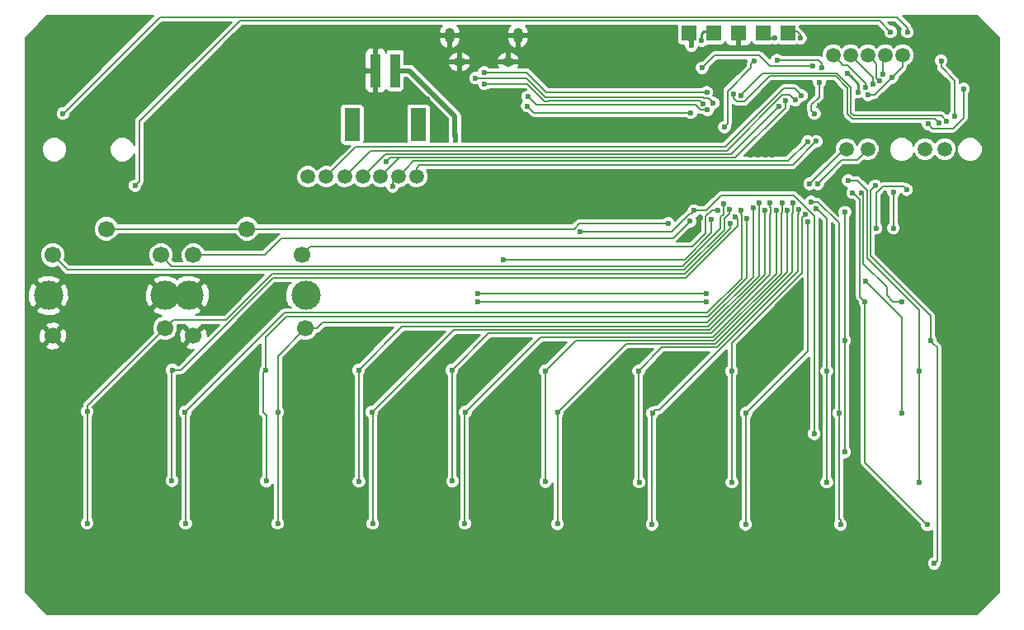
<source format=gbl>
G04 #@! TF.FileFunction,Copper,L2,Bot,Signal*
%FSLAX46Y46*%
G04 Gerber Fmt 4.6, Leading zero omitted, Abs format (unit mm)*
G04 Created by KiCad (PCBNEW 4.0.7-e0-6372~58~ubuntu16.10.1) date Sun Oct 29 19:34:23 2017*
%MOMM*%
%LPD*%
G01*
G04 APERTURE LIST*
%ADD10C,0.100000*%
%ADD11C,1.700000*%
%ADD12C,3.000000*%
%ADD13O,1.250000X0.950000*%
%ADD14O,1.000000X1.550000*%
%ADD15R,1.000000X3.500000*%
%ADD16R,1.600000X3.400000*%
%ADD17C,1.500000*%
%ADD18R,1.524000X1.600000*%
%ADD19C,0.600000*%
%ADD20C,0.160000*%
%ADD21C,0.250000*%
%ADD22C,0.500000*%
%ADD23C,0.200000*%
G04 APERTURE END LIST*
D10*
D11*
X98863200Y-102166800D03*
X104863200Y-112366800D03*
X93363200Y-113166800D03*
X104463200Y-104866800D03*
X93363200Y-104866800D03*
D12*
X92913200Y-109016800D03*
X104913200Y-109016800D03*
D11*
X84429600Y-102166800D03*
X90429600Y-112366800D03*
X78929600Y-113166800D03*
X90029600Y-104866800D03*
X78929600Y-104866800D03*
D12*
X78479600Y-109016800D03*
X90479600Y-109016800D03*
D13*
X125657880Y-85026940D03*
X120657880Y-85026940D03*
D14*
X126657880Y-82326940D03*
X119657880Y-82326940D03*
D15*
X114064800Y-85928200D03*
X112064800Y-85928200D03*
D16*
X116464800Y-91478200D03*
X109664800Y-91478200D03*
D17*
X112585500Y-96774000D03*
X110756700Y-96774000D03*
X114414300Y-96774000D03*
X116243100Y-96774000D03*
X106997500Y-96824800D03*
X108877100Y-96824800D03*
X105117900Y-96824800D03*
X159004000Y-84328000D03*
X160782000Y-84328000D03*
X164338000Y-84328000D03*
X166116000Y-84328000D03*
X170434000Y-93980000D03*
X162560000Y-84328000D03*
X168402000Y-93980000D03*
X162550000Y-94000000D03*
X160350000Y-94000000D03*
D18*
X144212400Y-82046800D03*
X146752400Y-82046800D03*
X149292400Y-82046800D03*
X151832400Y-82046800D03*
X154372400Y-82046800D03*
D19*
X148950000Y-100950000D03*
X91160600Y-128041400D03*
X91185998Y-116662200D03*
X150168388Y-101091357D03*
X100838000Y-128066800D03*
X100787200Y-116662200D03*
X151366084Y-99495125D03*
X110337604Y-128092200D03*
X110312200Y-116662200D03*
X152527000Y-99504500D03*
X119938802Y-128066800D03*
X119888000Y-116662200D03*
X153809700Y-99504500D03*
X129489200Y-128117598D03*
X129463800Y-116738400D03*
X153226860Y-84850960D03*
X157835711Y-85589490D03*
X153047700Y-82575400D03*
X157592212Y-87137431D03*
X157073600Y-90322400D03*
X149501328Y-88454571D03*
X170650004Y-91100000D03*
X163410041Y-102090220D03*
X146000000Y-108850012D03*
X122500000Y-108850000D03*
X166527480Y-98140520D03*
X170434000Y-93980000D03*
X148759850Y-88287752D03*
X169869235Y-91308811D03*
X145999990Y-109650000D03*
X122500000Y-109650000D03*
X165209220Y-98425000D03*
X165178740Y-102087680D03*
X168402000Y-93980000D03*
X152800000Y-94550000D03*
X152050000Y-94550000D03*
X151300000Y-94550000D03*
X150550000Y-94550000D03*
X163150006Y-96750000D03*
X163900000Y-96750000D03*
X164650000Y-96750000D03*
X165400000Y-96749996D03*
X154700000Y-96750000D03*
X154000000Y-96749996D03*
X153250002Y-96750000D03*
X152550000Y-96750000D03*
X121150000Y-90450000D03*
X127250000Y-101050000D03*
X126550000Y-101050000D03*
X125850000Y-101050000D03*
X125149996Y-101050000D03*
X146550000Y-91150000D03*
X146550000Y-91850000D03*
X145849988Y-91850000D03*
X145865069Y-91135328D03*
X114250000Y-83150000D03*
X113500000Y-83150000D03*
X112800000Y-83150000D03*
X145359957Y-101063142D03*
X149809766Y-97845710D03*
X124703840Y-96647000D03*
X117373400Y-88871300D03*
X112077500Y-86487000D03*
X112090200Y-83134200D03*
X138598466Y-92904690D03*
X162518600Y-89763600D03*
X157623923Y-89507016D03*
X149292400Y-81894400D03*
X148869200Y-85582800D03*
X149569200Y-85582800D03*
X148869200Y-84982800D03*
X149569200Y-84982800D03*
X133969200Y-84982800D03*
X133169200Y-84982800D03*
X132469200Y-84982800D03*
X131769200Y-84982800D03*
X140446000Y-91643200D03*
X163195000Y-82870800D03*
X161467800Y-82870800D03*
X140665200Y-85979000D03*
X140665200Y-85267800D03*
X141351000Y-85267800D03*
X141351000Y-85953600D03*
X141884400Y-86868000D03*
X144195800Y-86868000D03*
X135458200Y-82270600D03*
X143027400Y-85902800D03*
X145854336Y-98882200D03*
X146939000Y-98221800D03*
X121158000Y-91236800D03*
X121158000Y-91998800D03*
X169514300Y-89006900D03*
X170439300Y-89006900D03*
X170439300Y-88081900D03*
X169514300Y-88081900D03*
X120205500Y-92430600D03*
X120208000Y-93057800D03*
X146107029Y-89959655D03*
X127669200Y-88582800D03*
X162330010Y-107550002D03*
X166035000Y-121088400D03*
X161603329Y-88132709D03*
X160500446Y-86199242D03*
X144461322Y-83357440D03*
X145495912Y-82849441D03*
X156902941Y-85430970D03*
X145557664Y-85642788D03*
X145639916Y-89310176D03*
X123244367Y-87280010D03*
X146038277Y-88142801D03*
X123181048Y-86119990D03*
X154844978Y-99469929D03*
X139090400Y-128168400D03*
X139039600Y-116763800D03*
X156112558Y-100705646D03*
X148590000Y-116797710D03*
X148615400Y-128168400D03*
X157250000Y-100050000D03*
X158343600Y-116797710D03*
X158343600Y-128168400D03*
X160547089Y-97212790D03*
X167843200Y-128168400D03*
X167817800Y-116738398D03*
X164080488Y-86292919D03*
X162585399Y-88417400D03*
X165048771Y-86625411D03*
X163766916Y-86985227D03*
X163068203Y-87284257D03*
X162306149Y-87608950D03*
X113804700Y-97802700D03*
X156386968Y-93191772D03*
X116243100Y-96774000D03*
X157279106Y-93183533D03*
X155744165Y-88475584D03*
X107061000Y-96852700D03*
X155100000Y-88950000D03*
X108839000Y-96852700D03*
X154077398Y-89018601D03*
X113144300Y-95250000D03*
X153479381Y-89550010D03*
X110629700Y-96852700D03*
X164896800Y-81940400D03*
X87378000Y-97730800D03*
X166624000Y-81940400D03*
X79978000Y-90330800D03*
X172375625Y-87819990D03*
X168750012Y-91400000D03*
X147724007Y-99590904D03*
X148342263Y-100191765D03*
X147131442Y-100248120D03*
X144320260Y-101391720D03*
X147850000Y-91700000D03*
X150869200Y-84930010D03*
X155638500Y-82602291D03*
X127600000Y-89550002D03*
X144400000Y-90250000D03*
X171475400Y-90601800D03*
X170078400Y-84896200D03*
X133000000Y-102450000D03*
X144726660Y-100299520D03*
X157055820Y-123197620D03*
X168650000Y-132549992D03*
X161000000Y-98450004D03*
X162267900Y-109626402D03*
X163319280Y-97744089D03*
X169000000Y-113658400D03*
X169367200Y-136518400D03*
X149512598Y-100287401D03*
X92506800Y-120986800D03*
X92557600Y-132416800D03*
X160205643Y-100443284D03*
X160172400Y-113658400D03*
X160172400Y-125088400D03*
X150772390Y-100031358D03*
X102006400Y-120986800D03*
X102006400Y-132416800D03*
X152000155Y-100283064D03*
X111658400Y-120986800D03*
X111760000Y-132416800D03*
X153160167Y-100228400D03*
X121259600Y-120986800D03*
X121208800Y-132416800D03*
X154320179Y-100241208D03*
X130708400Y-121037600D03*
X130708400Y-132467600D03*
X155480190Y-100215617D03*
X140462000Y-121088400D03*
X140411200Y-132518400D03*
X156440429Y-101435386D03*
X150063200Y-121088400D03*
X150012400Y-132518400D03*
X156750000Y-99400000D03*
X159592390Y-121088400D03*
X159766000Y-132518400D03*
X82450000Y-120950000D03*
X82450000Y-132400000D03*
X148452203Y-101595799D03*
X161870642Y-98450383D03*
X166035000Y-109658400D03*
X142062200Y-101605080D03*
X105117900Y-96824800D03*
X125200000Y-105300000D03*
X146519968Y-101150420D03*
X157410130Y-97560130D03*
X156600000Y-97550000D03*
X122300000Y-86700000D03*
X146700000Y-89250000D03*
D20*
X149208060Y-101208060D02*
X148950000Y-100950000D01*
X143859538Y-107236122D02*
X149208060Y-101887600D01*
X91185998Y-116662200D02*
X92087700Y-116662200D01*
X101513778Y-107236122D02*
X143859538Y-107236122D01*
X149208060Y-101887600D02*
X149208060Y-101208060D01*
X92087700Y-116662200D02*
X101513778Y-107236122D01*
X91160600Y-128041400D02*
X91160600Y-116687598D01*
X91160600Y-116687598D02*
X91185998Y-116662200D01*
X102878480Y-111221520D02*
X146137160Y-111221520D01*
X100787200Y-113312800D02*
X102878480Y-111221520D01*
X100787200Y-116662200D02*
X100787200Y-113312800D01*
X150168388Y-101515621D02*
X150168388Y-101091357D01*
X146137160Y-111221520D02*
X150168388Y-107190292D01*
X150168388Y-107190292D02*
X150168388Y-101515621D01*
X100487201Y-116962199D02*
X100787200Y-116662200D01*
X100838000Y-128066800D02*
X100838000Y-121336412D01*
X100838000Y-121336412D02*
X100487201Y-120985613D01*
X100487201Y-120985613D02*
X100487201Y-116962199D01*
X151366084Y-99919389D02*
X151366084Y-99495125D01*
X151366084Y-107010860D02*
X151366084Y-99919389D01*
X114784466Y-112189934D02*
X146187010Y-112189934D01*
X110312200Y-116662200D02*
X114784466Y-112189934D01*
X146187010Y-112189934D02*
X151366084Y-107010860D01*
D21*
X110312200Y-128066796D02*
X110337604Y-128092200D01*
D20*
X110312200Y-116662200D02*
X110312200Y-128066796D01*
D21*
X110324900Y-116649500D02*
X110312200Y-116662200D01*
D20*
X152527000Y-99928764D02*
X152527000Y-99504500D01*
X152580156Y-99981920D02*
X152527000Y-99928764D01*
X152580156Y-100561465D02*
X152580156Y-99981920D01*
X123640244Y-112909956D02*
X146485250Y-112909956D01*
X152501575Y-100640046D02*
X152580156Y-100561465D01*
X152501575Y-106893633D02*
X152501575Y-100640046D01*
X119888000Y-116662200D02*
X123640244Y-112909956D01*
X146485250Y-112909956D02*
X146505731Y-112889477D01*
X146505731Y-112889477D02*
X152501575Y-106893633D01*
D21*
X119888000Y-128015998D02*
X119938802Y-128066800D01*
D20*
X119888000Y-116662200D02*
X119888000Y-128015998D01*
D21*
X119926100Y-116624100D02*
X119888000Y-116662200D01*
D20*
X153740168Y-99998296D02*
X153809700Y-99928764D01*
X132572222Y-113629978D02*
X146783494Y-113629978D01*
X153740168Y-100506801D02*
X153740168Y-99998296D01*
X153661588Y-100585381D02*
X153740168Y-100506801D01*
X153661588Y-106751884D02*
X153661588Y-100585381D01*
X129463800Y-116738400D02*
X132572222Y-113629978D01*
X146783494Y-113629978D02*
X153661588Y-106751884D01*
X153809700Y-99928764D02*
X153809700Y-99504500D01*
D21*
X129463800Y-128092198D02*
X129489200Y-128117598D01*
D20*
X129463800Y-116738400D02*
X129463800Y-128092198D01*
X157592212Y-88646103D02*
X157592212Y-87561695D01*
X156773601Y-89464714D02*
X157592212Y-88646103D01*
X157592212Y-87561695D02*
X157592212Y-87137431D01*
X156773601Y-90022401D02*
X156773601Y-89464714D01*
X157073600Y-90322400D02*
X156773601Y-90022401D01*
D21*
X153047700Y-82575400D02*
X152361000Y-82575400D01*
X152361000Y-82575400D02*
X151832400Y-82046800D01*
D20*
X157835711Y-85589490D02*
X157835711Y-85165226D01*
X157835711Y-85165226D02*
X157521445Y-84850960D01*
X157521445Y-84850960D02*
X153651124Y-84850960D01*
X153651124Y-84850960D02*
X153226860Y-84850960D01*
X157805027Y-85620174D02*
X157835711Y-85589490D01*
X157805027Y-85653973D02*
X157805027Y-85620174D01*
X159370560Y-86169500D02*
X151786399Y-86169500D01*
X149801327Y-88154572D02*
X149501328Y-88454571D01*
X161101184Y-90539984D02*
X160822611Y-90261411D01*
X151786399Y-86169500D02*
X149801327Y-88154572D01*
X170089988Y-90539984D02*
X161101184Y-90539984D01*
X170650004Y-91100000D02*
X170089988Y-90539984D01*
X160822611Y-90261411D02*
X160822611Y-87621551D01*
X160822611Y-87621551D02*
X159370560Y-86169500D01*
X166227481Y-97840521D02*
X164089359Y-97840521D01*
X166527480Y-98140520D02*
X166227481Y-97840521D01*
X163410041Y-101665956D02*
X163410041Y-102090220D01*
X164089359Y-97840521D02*
X163410041Y-98519839D01*
X163410041Y-98519839D02*
X163410041Y-101665956D01*
X145999988Y-108850000D02*
X146000000Y-108850012D01*
X122500000Y-108850000D02*
X145999988Y-108850000D01*
X148759850Y-88712016D02*
X148759850Y-88287752D01*
X152472902Y-86489511D02*
X149851379Y-89111034D01*
X149158868Y-89111034D02*
X148759850Y-88712016D01*
X169869235Y-91308811D02*
X169420419Y-90859995D01*
X169420419Y-90859995D02*
X160968632Y-90859995D01*
X149851379Y-89111034D02*
X149158868Y-89111034D01*
X160502600Y-90393963D02*
X160502600Y-87754103D01*
X160968632Y-90859995D02*
X160502600Y-90393963D01*
X160502600Y-87754103D02*
X159238008Y-86489511D01*
X159238008Y-86489511D02*
X152472902Y-86489511D01*
X122924264Y-109650000D02*
X145999990Y-109650000D01*
X122500000Y-109650000D02*
X122924264Y-109650000D01*
X165178740Y-98455480D02*
X165209220Y-98425000D01*
X165178740Y-102087680D02*
X165178740Y-98455480D01*
D21*
X151300000Y-94550000D02*
X152050000Y-94550000D01*
D20*
X152550000Y-96750000D02*
X150905476Y-96750000D01*
X150905476Y-96750000D02*
X149809766Y-97845710D01*
D22*
X164650000Y-96750000D02*
X163900000Y-96750000D01*
D21*
X154699996Y-96749996D02*
X154700000Y-96750000D01*
X154000000Y-96749996D02*
X154699996Y-96749996D01*
X152550000Y-96750000D02*
X153250002Y-96750000D01*
X126550000Y-101050000D02*
X127250000Y-101050000D01*
X125149996Y-101050000D02*
X125850000Y-101050000D01*
X146550000Y-91150000D02*
X145879741Y-91150000D01*
X145879741Y-91150000D02*
X145865069Y-91135328D01*
X146550000Y-91850000D02*
X146550000Y-91150000D01*
X145849988Y-91850000D02*
X146550000Y-91850000D01*
X145643188Y-91643200D02*
X145849988Y-91850000D01*
X140446000Y-91643200D02*
X145643188Y-91643200D01*
X145865069Y-91834919D02*
X145849988Y-91850000D01*
D22*
X112800000Y-83150000D02*
X113500000Y-83150000D01*
D23*
X140446000Y-91643200D02*
X139746000Y-91643200D01*
X139746000Y-91643200D02*
X138598466Y-92790734D01*
X138598466Y-92790734D02*
X138598466Y-92904690D01*
D22*
X149306000Y-81894400D02*
X149292400Y-81894400D01*
X149313900Y-81902300D02*
X149306000Y-81894400D01*
D21*
X149569200Y-85582800D02*
X148869200Y-85582800D01*
X149569200Y-85082800D02*
X148869200Y-85082800D01*
D22*
X133169200Y-84982800D02*
X133969200Y-84982800D01*
X131769200Y-84982800D02*
X132469200Y-84982800D01*
D23*
X140665200Y-85267800D02*
X140665200Y-85979000D01*
X141351000Y-85953600D02*
X141351000Y-85267800D01*
D22*
X115064800Y-85928200D02*
X114064800Y-85928200D01*
X115540302Y-85928200D02*
X115064800Y-85928200D01*
X120205500Y-90593398D02*
X115540302Y-85928200D01*
X120205500Y-92430600D02*
X120205500Y-90593398D01*
X120208000Y-93057800D02*
X120208000Y-92433100D01*
X120208000Y-92433100D02*
X120205500Y-92430600D01*
D20*
X144900326Y-89428990D02*
X145430991Y-89959655D01*
X128515389Y-89428989D02*
X129839258Y-89428990D01*
X145430991Y-89959655D02*
X145682765Y-89959655D01*
X129839258Y-89428990D02*
X144900326Y-89428990D01*
X145682765Y-89959655D02*
X146107029Y-89959655D01*
X127669200Y-88582800D02*
X128515389Y-89428989D01*
X162630009Y-107850001D02*
X162330010Y-107550002D01*
X166035000Y-111254992D02*
X162630009Y-107850001D01*
X166035000Y-121088400D02*
X166035000Y-111254992D01*
D21*
X161603329Y-87302125D02*
X160800445Y-86499241D01*
X161603329Y-88132709D02*
X161603329Y-87302125D01*
X160800445Y-86499241D02*
X160500446Y-86199242D01*
D22*
X144461322Y-82933176D02*
X144461322Y-83357440D01*
X144461322Y-82129722D02*
X144461322Y-82933176D01*
X144233900Y-81902300D02*
X144461322Y-82129722D01*
X144233900Y-81902300D02*
X144233900Y-82627211D01*
D20*
X152525070Y-85430970D02*
X156478677Y-85430970D01*
X145557664Y-85642788D02*
X146850452Y-84350000D01*
X146850452Y-84350000D02*
X151444100Y-84350000D01*
X151444100Y-84350000D02*
X152525070Y-85430970D01*
X156478677Y-85430970D02*
X156902941Y-85430970D01*
D21*
X145495912Y-82168288D02*
X145495912Y-82425177D01*
X145761900Y-81902300D02*
X145495912Y-82168288D01*
X145495912Y-82425177D02*
X145495912Y-82849441D01*
X146773900Y-81902300D02*
X145761900Y-81902300D01*
D20*
X123244367Y-87280010D02*
X127620878Y-87280010D01*
X145339917Y-89010177D02*
X145639916Y-89310176D01*
X129748955Y-89010177D02*
X145339917Y-89010177D01*
X129699122Y-89060010D02*
X129748955Y-89010177D01*
X129400878Y-89060010D02*
X129699122Y-89060010D01*
X127620878Y-87280010D02*
X129400878Y-89060010D01*
X127548522Y-86119990D02*
X129571333Y-88142801D01*
X145614013Y-88142801D02*
X146038277Y-88142801D01*
X129571333Y-88142801D02*
X145614013Y-88142801D01*
X123181048Y-86119990D02*
X127548522Y-86119990D01*
X154900181Y-100519610D02*
X154900181Y-99949396D01*
X154844978Y-99894193D02*
X154844978Y-99469929D01*
X147081736Y-114350000D02*
X154821600Y-106610136D01*
X141453400Y-114350000D02*
X147081736Y-114350000D01*
X139039600Y-116763800D02*
X141453400Y-114350000D01*
X154821600Y-106610136D02*
X154821600Y-100598191D01*
X154821600Y-100598191D02*
X154900181Y-100519610D01*
X154900181Y-99949396D02*
X154844978Y-99894193D01*
X139039600Y-116763800D02*
X139039600Y-128117600D01*
D21*
X139039600Y-128117600D02*
X139090400Y-128168400D01*
D20*
X155770301Y-101047903D02*
X155812559Y-101005645D01*
X148590000Y-116797710D02*
X148590000Y-113860000D01*
X148590000Y-113860000D02*
X155770301Y-106679699D01*
X155770301Y-106679699D02*
X155770301Y-101047903D01*
X155812559Y-101005645D02*
X156112558Y-100705646D01*
X148590000Y-128143000D02*
X148590000Y-116797710D01*
D21*
X148590000Y-128143000D02*
X148615400Y-128168400D01*
D20*
X157549999Y-100349999D02*
X157250000Y-100050000D01*
X158343600Y-101143600D02*
X157549999Y-100349999D01*
X158343600Y-116797710D02*
X158343600Y-101143600D01*
X158343600Y-128168400D02*
X158343600Y-116797710D01*
X167817800Y-116738398D02*
X167817800Y-110507780D01*
X167817800Y-110507780D02*
X162470020Y-105160000D01*
X162470020Y-105160000D02*
X162470020Y-98191359D01*
X162470020Y-98191359D02*
X161491451Y-97212790D01*
X161491451Y-97212790D02*
X160971353Y-97212790D01*
X160971353Y-97212790D02*
X160547089Y-97212790D01*
X167843200Y-116763798D02*
X167817800Y-116738398D01*
X167843200Y-128168400D02*
X167843200Y-116763798D01*
X164080488Y-84585512D02*
X164338000Y-84328000D01*
X164080488Y-86292919D02*
X164080488Y-84585512D01*
X163256782Y-88417400D02*
X163009663Y-88417400D01*
X165048771Y-86625411D02*
X163256782Y-88417400D01*
X163009663Y-88417400D02*
X162585399Y-88417400D01*
X165048771Y-86625411D02*
X166116000Y-85558182D01*
X166116000Y-85558182D02*
X166116000Y-84328000D01*
X163766916Y-86985227D02*
X163466917Y-86685228D01*
X163466917Y-86685228D02*
X163466917Y-85234917D01*
X163466917Y-85234917D02*
X163309999Y-85077999D01*
X163309999Y-85077999D02*
X162560000Y-84328000D01*
X163118800Y-87233660D02*
X163068203Y-87284257D01*
X163068203Y-87284257D02*
X163068203Y-86614203D01*
X163068203Y-86614203D02*
X160782000Y-84328000D01*
X160439464Y-85318001D02*
X159994001Y-85318001D01*
X159994001Y-85318001D02*
X159753999Y-85077999D01*
X162306149Y-87608950D02*
X162306149Y-87184686D01*
X162306149Y-87184686D02*
X160439464Y-85318001D01*
X159753999Y-85077999D02*
X159004000Y-84328000D01*
X113804700Y-97802700D02*
X113804700Y-97383600D01*
X113804700Y-97383600D02*
X114414300Y-96774000D01*
X115967149Y-95221151D02*
X115164299Y-96024001D01*
X154357589Y-95221151D02*
X115967149Y-95221151D01*
X156386968Y-93191772D02*
X154357589Y-95221151D01*
X115164299Y-96024001D02*
X114414300Y-96774000D01*
X157279106Y-93183533D02*
X154857039Y-95605600D01*
X154857039Y-95605600D02*
X116547900Y-95605600D01*
X116547900Y-95605600D02*
X116243100Y-95910400D01*
X116243100Y-95910400D02*
X116243100Y-96774000D01*
X153955700Y-87744300D02*
X155012881Y-87744300D01*
X106997500Y-96824800D02*
X110041189Y-93781111D01*
X147918889Y-93781111D02*
X153955700Y-87744300D01*
X110041189Y-93781111D02*
X147918889Y-93781111D01*
X155012881Y-87744300D02*
X155444166Y-88175585D01*
X155444166Y-88175585D02*
X155744165Y-88475584D01*
X154550001Y-88400001D02*
X154800001Y-88650001D01*
X153809131Y-88400001D02*
X154550001Y-88400001D01*
X108877100Y-96824800D02*
X111560778Y-94141122D01*
X148068010Y-94141122D02*
X153809131Y-88400001D01*
X111560778Y-94141122D02*
X148068010Y-94141122D01*
X154800001Y-88650001D02*
X155100000Y-88950000D01*
X154077398Y-89442865D02*
X154077398Y-89018601D01*
X154077398Y-89772602D02*
X154077398Y-89442865D01*
X148988858Y-94861142D02*
X154077398Y-89772602D01*
X114498358Y-94861142D02*
X148988858Y-94861142D01*
X113533158Y-94861142D02*
X113444299Y-94950001D01*
X114498358Y-94861142D02*
X113533158Y-94861142D01*
X113444299Y-94950001D02*
X113144300Y-95250000D01*
X113335499Y-96024001D02*
X112585500Y-96774000D01*
X114498358Y-94861142D02*
X113335499Y-96024001D01*
X153179382Y-89850009D02*
X153479381Y-89550010D01*
X148528260Y-94501131D02*
X153179382Y-89850009D01*
X113029569Y-94501131D02*
X148528260Y-94501131D01*
X110756700Y-96774000D02*
X113029569Y-94501131D01*
X164896800Y-81940400D02*
X163732811Y-80776411D01*
X163732811Y-80776411D02*
X98158389Y-80776411D01*
X98158389Y-80776411D02*
X87784800Y-91150000D01*
X87784800Y-91150000D02*
X87784800Y-97324000D01*
X87784800Y-97324000D02*
X87378000Y-97730800D01*
X166624000Y-81940400D02*
X166624000Y-81516136D01*
X166624000Y-81516136D02*
X165524264Y-80416400D01*
X165524264Y-80416400D02*
X89918400Y-80416400D01*
X89918400Y-80416400D02*
X80004000Y-90330800D01*
X80004000Y-90330800D02*
X79978000Y-90330800D01*
X172375625Y-88244254D02*
X172375625Y-87819990D01*
X172375625Y-90742975D02*
X172375625Y-88244254D01*
X168750012Y-91400000D02*
X169200012Y-91850000D01*
X171268600Y-91850000D02*
X172375625Y-90742975D01*
X169200012Y-91850000D02*
X171268600Y-91850000D01*
X147724007Y-99590904D02*
X147724007Y-100658457D01*
X147459988Y-102108276D02*
X143565775Y-106002489D01*
X91165289Y-106002489D02*
X90029600Y-104866800D01*
X147724007Y-100658457D02*
X147459988Y-100922476D01*
X147459988Y-100922476D02*
X147459988Y-102108276D01*
X143565775Y-106002489D02*
X91165289Y-106002489D01*
X148342263Y-100191765D02*
X148342263Y-100616029D01*
X148342263Y-100616029D02*
X147819999Y-101138293D01*
X147819999Y-101138293D02*
X147819999Y-102257397D01*
X147819999Y-102257397D02*
X143714896Y-106362500D01*
X143714896Y-106362500D02*
X80425300Y-106362500D01*
X80425300Y-106362500D02*
X78929600Y-104866800D01*
X104463200Y-104866800D02*
X105313199Y-104016801D01*
X105313199Y-104016801D02*
X144533199Y-104016801D01*
X144533199Y-104016801D02*
X145939967Y-102610033D01*
X145939967Y-102610033D02*
X145939967Y-100872019D01*
X145939967Y-100872019D02*
X146563866Y-100248120D01*
X146563866Y-100248120D02*
X147131442Y-100248120D01*
X93363200Y-104866800D02*
X100683200Y-104866800D01*
X100683200Y-104866800D02*
X102400000Y-103150000D01*
X102400000Y-103150000D02*
X142561980Y-103150000D01*
X142561980Y-103150000D02*
X144020261Y-101691719D01*
X144020261Y-101691719D02*
X144320260Y-101391720D01*
X150869200Y-84930010D02*
X150569201Y-85230009D01*
X150569201Y-85230009D02*
X150569201Y-85619997D01*
X150569201Y-85619997D02*
X148150000Y-88039198D01*
X148150000Y-88039198D02*
X148150000Y-91400000D01*
X148150000Y-91400000D02*
X147850000Y-91700000D01*
X155638500Y-82224900D02*
X155638500Y-82602291D01*
X155315900Y-81902300D02*
X155638500Y-82224900D01*
X154393900Y-81902300D02*
X155315900Y-81902300D01*
X128299998Y-90250000D02*
X127899999Y-89850001D01*
X144400000Y-90250000D02*
X128299998Y-90250000D01*
X127899999Y-89850001D02*
X127600000Y-89550002D01*
X171475400Y-90177536D02*
X171475400Y-90601800D01*
X171475400Y-86953200D02*
X171475400Y-90177536D01*
X170078400Y-85556200D02*
X171475400Y-86953200D01*
X170078400Y-84896200D02*
X170078400Y-85556200D01*
X154973936Y-98732340D02*
X147525740Y-98732340D01*
X145958560Y-100299520D02*
X145150924Y-100299520D01*
X147525740Y-98732340D02*
X145958560Y-100299520D01*
X145150924Y-100299520D02*
X144726660Y-100299520D01*
X157055820Y-100814224D02*
X154973936Y-98732340D01*
X157055820Y-123197620D02*
X157055820Y-100814224D01*
X144726660Y-100299520D02*
X144426661Y-100599519D01*
X144426661Y-100599519D02*
X144286961Y-100599519D01*
X144286961Y-100599519D02*
X142460980Y-102425500D01*
X142460980Y-102425500D02*
X133024500Y-102425500D01*
X133024500Y-102425500D02*
X133000000Y-102450000D01*
X168350001Y-132249993D02*
X168650000Y-132549992D01*
X162267900Y-126167892D02*
X168350001Y-132249993D01*
X162267900Y-109626402D02*
X162267900Y-126167892D01*
X161750000Y-109108502D02*
X161750000Y-99150000D01*
X161050004Y-98450004D02*
X161000000Y-98450004D01*
X161750000Y-99150000D02*
X161050004Y-98450004D01*
X162267900Y-109626402D02*
X161750000Y-109108502D01*
X169299999Y-113958399D02*
X169000000Y-113658400D01*
X169367200Y-136518400D02*
X169667199Y-136218401D01*
X169667199Y-136218401D02*
X169667199Y-114325599D01*
X169667199Y-114325599D02*
X169299999Y-113958399D01*
X169000000Y-111100000D02*
X162830031Y-104930031D01*
X162830031Y-98233338D02*
X163019281Y-98044088D01*
X163019281Y-98044088D02*
X163319280Y-97744089D01*
X169000000Y-113658400D02*
X169000000Y-111100000D01*
X162830031Y-104930031D02*
X162830031Y-98233338D01*
X149512598Y-100711665D02*
X149512598Y-100287401D01*
X146052747Y-110796801D02*
X149588377Y-107261171D01*
X92506800Y-120986800D02*
X102696799Y-110796801D01*
X149588377Y-107261171D02*
X149588377Y-100787444D01*
X102696799Y-110796801D02*
X146052747Y-110796801D01*
X149588377Y-100787444D02*
X149512598Y-100711665D01*
X92557600Y-132416800D02*
X92557600Y-121037600D01*
X92557600Y-121037600D02*
X92506800Y-120986800D01*
X160172400Y-100476527D02*
X160205643Y-100443284D01*
X160172400Y-113658400D02*
X160172400Y-100476527D01*
X160172400Y-125088400D02*
X160172400Y-113658400D01*
X150772390Y-100455622D02*
X150772390Y-100031358D01*
X106621281Y-111810800D02*
X146057012Y-111810800D01*
X106065281Y-112366800D02*
X106621281Y-111810800D01*
X104863200Y-112366800D02*
X106065281Y-112366800D01*
X150772390Y-107095422D02*
X150772390Y-100455622D01*
X146057012Y-111810800D02*
X150772390Y-107095422D01*
X102006400Y-120986800D02*
X102006400Y-115232180D01*
X102006400Y-115232180D02*
X104863200Y-112375380D01*
X104863200Y-112375380D02*
X104863200Y-112366800D01*
X102006400Y-132416800D02*
X102006400Y-120986800D01*
X146336131Y-112549945D02*
X152000155Y-106885921D01*
X111658400Y-120986800D02*
X120095255Y-112549945D01*
X120095255Y-112549945D02*
X146336131Y-112549945D01*
X152000155Y-106885921D02*
X152000155Y-100707328D01*
X152000155Y-100707328D02*
X152000155Y-100283064D01*
X111760000Y-132416800D02*
X111760000Y-121088400D01*
X111760000Y-121088400D02*
X111658400Y-120986800D01*
X153160167Y-106744173D02*
X153160167Y-100652664D01*
X153160167Y-100652664D02*
X153160167Y-100228400D01*
X128976433Y-113269967D02*
X146634373Y-113269967D01*
X121259600Y-120986800D02*
X128976433Y-113269967D01*
X146634373Y-113269967D02*
X153160167Y-106744173D01*
X121208800Y-121037600D02*
X121259600Y-120986800D01*
X121208800Y-132416800D02*
X121208800Y-121037600D01*
X154320179Y-100665472D02*
X154320179Y-100241208D01*
X146932615Y-113989989D02*
X154320179Y-106602425D01*
X137756011Y-113989989D02*
X146932615Y-113989989D01*
X154320179Y-106602425D02*
X154320179Y-100665472D01*
X130708400Y-121037600D02*
X137756011Y-113989989D01*
X130708400Y-132467600D02*
X130708400Y-121037600D01*
X155480190Y-100639881D02*
X155480190Y-100215617D01*
X141152467Y-120788401D02*
X155401601Y-106539267D01*
X155401601Y-100718470D02*
X155480190Y-100639881D01*
X155401601Y-106539267D02*
X155401601Y-100718470D01*
X140462000Y-121088400D02*
X140761999Y-120788401D01*
X140761999Y-120788401D02*
X141152467Y-120788401D01*
X140411200Y-132518400D02*
X140411200Y-121139200D01*
X140411200Y-121139200D02*
X140462000Y-121088400D01*
X156440429Y-101859650D02*
X156440429Y-101435386D01*
X156440429Y-114711171D02*
X156440429Y-101859650D01*
X150063200Y-121088400D02*
X156440429Y-114711171D01*
X150012400Y-132518400D02*
X150012400Y-121139200D01*
X150012400Y-121139200D02*
X150063200Y-121088400D01*
X157424264Y-99400000D02*
X157174264Y-99400000D01*
X157174264Y-99400000D02*
X156750000Y-99400000D01*
X159592390Y-101568126D02*
X157424264Y-99400000D01*
X159592390Y-121088400D02*
X159592390Y-101568126D01*
X159592390Y-121512664D02*
X159592390Y-121088400D01*
X159592390Y-131920526D02*
X159592390Y-121512664D01*
X159766000Y-132094136D02*
X159592390Y-131920526D01*
X159766000Y-132518400D02*
X159766000Y-132094136D01*
X82450000Y-120525736D02*
X82450000Y-120950000D01*
X90429600Y-112366800D02*
X82450000Y-120346400D01*
X82450000Y-120346400D02*
X82450000Y-120525736D01*
X82450000Y-132400000D02*
X82450000Y-120950000D01*
X148452203Y-102134325D02*
X148452203Y-102020063D01*
X101443928Y-106796840D02*
X143789688Y-106796840D01*
X143789688Y-106796840D02*
X148452203Y-102134325D01*
X91279599Y-111516801D02*
X96723967Y-111516801D01*
X90429600Y-112366800D02*
X91279599Y-111516801D01*
X148452203Y-102020063D02*
X148452203Y-101595799D01*
X96723967Y-111516801D02*
X101443928Y-106796840D01*
X162110011Y-98689752D02*
X161870642Y-98450383D01*
X164500000Y-108123400D02*
X162110011Y-105733411D01*
X164500000Y-108998400D02*
X164500000Y-108123400D01*
X166035000Y-109658400D02*
X165160000Y-109658400D01*
X162110011Y-105733411D02*
X162110011Y-98689752D01*
X165160000Y-109658400D02*
X164500000Y-108998400D01*
X132425060Y-102166800D02*
X132986780Y-101605080D01*
X132986780Y-101605080D02*
X142062200Y-101605080D01*
X98863200Y-102166800D02*
X132425060Y-102166800D01*
X84429600Y-102166800D02*
X98863200Y-102166800D01*
X125624264Y-105300000D02*
X125200000Y-105300000D01*
X143759132Y-105300000D02*
X125624264Y-105300000D01*
X146519968Y-102539164D02*
X143759132Y-105300000D01*
X146519968Y-101150420D02*
X146519968Y-102539164D01*
X159870260Y-95100000D02*
X161450000Y-95100000D01*
X161450000Y-95100000D02*
X162550000Y-94000000D01*
X157410130Y-97560130D02*
X159870260Y-95100000D01*
X156600000Y-97550000D02*
X160150000Y-94000000D01*
X160150000Y-94000000D02*
X160350000Y-94000000D01*
X127550000Y-86700000D02*
X129500000Y-88650000D01*
X122300000Y-86700000D02*
X127550000Y-86700000D01*
X146400001Y-88950001D02*
X146700000Y-89250000D01*
X146178586Y-88728586D02*
X146400001Y-88950001D01*
X145770317Y-88728586D02*
X146178586Y-88728586D01*
X129500000Y-88650000D02*
X145691731Y-88650000D01*
X145691731Y-88650000D02*
X145770317Y-88728586D01*
G36*
X80012722Y-89600830D02*
X79833431Y-89600673D01*
X79565028Y-89711575D01*
X79359497Y-89916748D01*
X79248127Y-90184957D01*
X79247873Y-90475369D01*
X79358775Y-90743772D01*
X79563948Y-90949303D01*
X79832157Y-91060673D01*
X80122569Y-91060927D01*
X80390972Y-90950025D01*
X80596503Y-90744852D01*
X80707873Y-90476643D01*
X80707985Y-90348063D01*
X90129648Y-80926400D01*
X97287151Y-80926400D01*
X87424176Y-90789376D01*
X87313621Y-90954831D01*
X87274800Y-91150000D01*
X87274800Y-93575412D01*
X87163764Y-93306685D01*
X86804009Y-92946301D01*
X86333725Y-92751022D01*
X85824509Y-92750578D01*
X85353885Y-92945036D01*
X84993501Y-93304791D01*
X84798222Y-93775075D01*
X84797778Y-94284291D01*
X84992236Y-94754915D01*
X85351991Y-95115299D01*
X85822275Y-95310578D01*
X86331491Y-95311022D01*
X86802115Y-95116564D01*
X87162499Y-94756809D01*
X87274800Y-94486358D01*
X87274800Y-97000709D01*
X87233431Y-97000673D01*
X86965028Y-97111575D01*
X86759497Y-97316748D01*
X86648127Y-97584957D01*
X86647873Y-97875369D01*
X86758775Y-98143772D01*
X86963948Y-98349303D01*
X87232157Y-98460673D01*
X87522569Y-98460927D01*
X87790972Y-98350025D01*
X87996503Y-98144852D01*
X88107873Y-97876643D01*
X88108008Y-97722041D01*
X88145424Y-97684625D01*
X88255979Y-97519169D01*
X88258971Y-97504127D01*
X88294800Y-97324000D01*
X88294800Y-97058487D01*
X103937695Y-97058487D01*
X104116961Y-97492343D01*
X104448611Y-97824572D01*
X104882154Y-98004595D01*
X105351587Y-98005005D01*
X105785443Y-97825739D01*
X106057884Y-97553773D01*
X106328211Y-97824572D01*
X106761754Y-98004595D01*
X107231187Y-98005005D01*
X107665043Y-97825739D01*
X107937484Y-97553773D01*
X108207811Y-97824572D01*
X108641354Y-98004595D01*
X109110787Y-98005005D01*
X109544643Y-97825739D01*
X109842484Y-97528417D01*
X110087411Y-97773772D01*
X110520954Y-97953795D01*
X110990387Y-97954205D01*
X111424243Y-97774939D01*
X111671240Y-97528373D01*
X111916211Y-97773772D01*
X112349754Y-97953795D01*
X112819187Y-97954205D01*
X113074659Y-97848646D01*
X113074573Y-97947269D01*
X113185475Y-98215672D01*
X113390648Y-98421203D01*
X113658857Y-98532573D01*
X113949269Y-98532827D01*
X114217672Y-98421925D01*
X114423203Y-98216752D01*
X114532264Y-97954104D01*
X114647987Y-97954205D01*
X115081843Y-97774939D01*
X115328840Y-97528373D01*
X115573811Y-97773772D01*
X116007354Y-97953795D01*
X116476787Y-97954205D01*
X116910643Y-97774939D01*
X116991153Y-97694569D01*
X155869873Y-97694569D01*
X155980775Y-97962972D01*
X156185948Y-98168503D01*
X156454157Y-98279873D01*
X156744569Y-98280127D01*
X156994362Y-98176914D01*
X156996078Y-98178633D01*
X157264287Y-98290003D01*
X157554699Y-98290257D01*
X157823102Y-98179355D01*
X158028633Y-97974182D01*
X158140003Y-97705973D01*
X158140138Y-97551370D01*
X158334149Y-97357359D01*
X159816962Y-97357359D01*
X159927864Y-97625762D01*
X160133037Y-97831293D01*
X160401246Y-97942663D01*
X160474884Y-97942727D01*
X160381497Y-98035952D01*
X160270127Y-98304161D01*
X160269873Y-98594573D01*
X160380775Y-98862976D01*
X160585948Y-99068507D01*
X160854157Y-99179877D01*
X161058807Y-99180056D01*
X161240000Y-99361249D01*
X161240000Y-109108502D01*
X161270943Y-109264064D01*
X161278821Y-109303671D01*
X161389376Y-109469126D01*
X161537907Y-109617657D01*
X161537773Y-109770971D01*
X161648675Y-110039374D01*
X161757900Y-110148790D01*
X161757900Y-126167892D01*
X161796721Y-126363061D01*
X161907276Y-126528516D01*
X167920007Y-132541248D01*
X167919873Y-132694561D01*
X168030775Y-132962964D01*
X168235948Y-133168495D01*
X168504157Y-133279865D01*
X168794569Y-133280119D01*
X169062972Y-133169217D01*
X169157199Y-133075154D01*
X169157199Y-135815309D01*
X168954228Y-135899175D01*
X168748697Y-136104348D01*
X168637327Y-136372557D01*
X168637073Y-136662969D01*
X168747975Y-136931372D01*
X168953148Y-137136903D01*
X169221357Y-137248273D01*
X169511769Y-137248527D01*
X169780172Y-137137625D01*
X169985703Y-136932452D01*
X170097073Y-136664243D01*
X170097238Y-136475139D01*
X170138378Y-136413570D01*
X170177199Y-136218401D01*
X170177199Y-114325599D01*
X170138378Y-114130430D01*
X170044947Y-113990602D01*
X170027823Y-113964974D01*
X169729993Y-113667145D01*
X169730127Y-113513831D01*
X169619225Y-113245428D01*
X169510000Y-113136012D01*
X169510000Y-111100000D01*
X169471179Y-110904831D01*
X169398995Y-110796801D01*
X169360625Y-110739376D01*
X163340031Y-104718783D01*
X163340031Y-102820159D01*
X163554610Y-102820347D01*
X163823013Y-102709445D01*
X164028544Y-102504272D01*
X164139914Y-102236063D01*
X164140168Y-101945651D01*
X164029266Y-101677248D01*
X163920041Y-101567832D01*
X163920041Y-98731087D01*
X164300608Y-98350521D01*
X164479285Y-98350521D01*
X164479093Y-98569569D01*
X164589995Y-98837972D01*
X164668740Y-98916854D01*
X164668740Y-101565314D01*
X164560237Y-101673628D01*
X164448867Y-101941837D01*
X164448613Y-102232249D01*
X164559515Y-102500652D01*
X164764688Y-102706183D01*
X165032897Y-102817553D01*
X165323309Y-102817807D01*
X165591712Y-102706905D01*
X165797243Y-102501732D01*
X165908613Y-102233523D01*
X165908867Y-101943111D01*
X165797965Y-101674708D01*
X165688740Y-101565292D01*
X165688740Y-98977793D01*
X165827723Y-98839052D01*
X165935122Y-98580406D01*
X166113428Y-98759023D01*
X166381637Y-98870393D01*
X166672049Y-98870647D01*
X166940452Y-98759745D01*
X167145983Y-98554572D01*
X167257353Y-98286363D01*
X167257607Y-97995951D01*
X167146705Y-97727548D01*
X166941532Y-97522017D01*
X166673323Y-97410647D01*
X166484219Y-97410482D01*
X166422650Y-97369342D01*
X166227481Y-97330521D01*
X164089359Y-97330521D01*
X163949734Y-97358294D01*
X163938505Y-97331117D01*
X163733332Y-97125586D01*
X163465123Y-97014216D01*
X163174711Y-97013962D01*
X162906308Y-97124864D01*
X162700777Y-97330037D01*
X162591974Y-97592064D01*
X161852075Y-96852166D01*
X161686620Y-96741611D01*
X161491451Y-96702790D01*
X161069455Y-96702790D01*
X160961141Y-96594287D01*
X160692932Y-96482917D01*
X160402520Y-96482663D01*
X160134117Y-96593565D01*
X159928586Y-96798738D01*
X159817216Y-97066947D01*
X159816962Y-97357359D01*
X158334149Y-97357359D01*
X160081509Y-95610000D01*
X161450000Y-95610000D01*
X161645169Y-95571179D01*
X161810624Y-95460624D01*
X162156824Y-95114424D01*
X162314254Y-95179795D01*
X162783687Y-95180205D01*
X163217543Y-95000939D01*
X163549772Y-94669289D01*
X163713125Y-94275891D01*
X164762178Y-94275891D01*
X164956636Y-94746515D01*
X165316391Y-95106899D01*
X165786675Y-95302178D01*
X166295891Y-95302622D01*
X166766515Y-95108164D01*
X167126899Y-94748409D01*
X167285208Y-94367158D01*
X167401061Y-94647543D01*
X167732711Y-94979772D01*
X168166254Y-95159795D01*
X168635687Y-95160205D01*
X169069543Y-94980939D01*
X169401772Y-94649289D01*
X169417817Y-94610649D01*
X169433061Y-94647543D01*
X169764711Y-94979772D01*
X170198254Y-95159795D01*
X170667687Y-95160205D01*
X171101543Y-94980939D01*
X171433772Y-94649289D01*
X171588820Y-94275891D01*
X171762178Y-94275891D01*
X171956636Y-94746515D01*
X172316391Y-95106899D01*
X172786675Y-95302178D01*
X173295891Y-95302622D01*
X173766515Y-95108164D01*
X174126899Y-94748409D01*
X174322178Y-94278125D01*
X174322622Y-93768909D01*
X174128164Y-93298285D01*
X173768409Y-92937901D01*
X173298125Y-92742622D01*
X172788909Y-92742178D01*
X172318285Y-92936636D01*
X171957901Y-93296391D01*
X171762622Y-93766675D01*
X171762178Y-94275891D01*
X171588820Y-94275891D01*
X171613795Y-94215746D01*
X171614205Y-93746313D01*
X171434939Y-93312457D01*
X171103289Y-92980228D01*
X170669746Y-92800205D01*
X170200313Y-92799795D01*
X169766457Y-92979061D01*
X169434228Y-93310711D01*
X169418183Y-93349351D01*
X169402939Y-93312457D01*
X169071289Y-92980228D01*
X168637746Y-92800205D01*
X168168313Y-92799795D01*
X167734457Y-92979061D01*
X167402228Y-93310711D01*
X167267431Y-93635337D01*
X167128164Y-93298285D01*
X166768409Y-92937901D01*
X166298125Y-92742622D01*
X165788909Y-92742178D01*
X165318285Y-92936636D01*
X164957901Y-93296391D01*
X164762622Y-93766675D01*
X164762178Y-94275891D01*
X163713125Y-94275891D01*
X163729795Y-94235746D01*
X163730205Y-93766313D01*
X163550939Y-93332457D01*
X163219289Y-93000228D01*
X162785746Y-92820205D01*
X162316313Y-92819795D01*
X161882457Y-92999061D01*
X161550228Y-93330711D01*
X161449976Y-93572144D01*
X161350939Y-93332457D01*
X161019289Y-93000228D01*
X160585746Y-92820205D01*
X160116313Y-92819795D01*
X159682457Y-92999061D01*
X159350228Y-93330711D01*
X159170205Y-93764254D01*
X159169795Y-94233687D01*
X159177183Y-94251568D01*
X156608745Y-96820007D01*
X156455431Y-96819873D01*
X156187028Y-96930775D01*
X155981497Y-97135948D01*
X155870127Y-97404157D01*
X155869873Y-97694569D01*
X116991153Y-97694569D01*
X117242872Y-97443289D01*
X117422895Y-97009746D01*
X117423305Y-96540313D01*
X117247817Y-96115600D01*
X154857039Y-96115600D01*
X155052208Y-96076779D01*
X155217663Y-95966224D01*
X157270361Y-93913526D01*
X157423675Y-93913660D01*
X157692078Y-93802758D01*
X157897609Y-93597585D01*
X158008979Y-93329376D01*
X158009233Y-93038964D01*
X157898331Y-92770561D01*
X157693158Y-92565030D01*
X157424949Y-92453660D01*
X157134537Y-92453406D01*
X156866134Y-92564308D01*
X156829040Y-92601338D01*
X156801020Y-92573269D01*
X156532811Y-92461899D01*
X156242399Y-92461645D01*
X155973996Y-92572547D01*
X155768465Y-92777720D01*
X155657095Y-93045929D01*
X155656960Y-93200531D01*
X154146341Y-94711151D01*
X149860097Y-94711151D01*
X154438022Y-90133227D01*
X154548577Y-89967771D01*
X154559942Y-89910634D01*
X154587398Y-89772602D01*
X154587398Y-89540967D01*
X154622991Y-89505436D01*
X154685948Y-89568503D01*
X154954157Y-89679873D01*
X155244569Y-89680127D01*
X155512972Y-89569225D01*
X155718503Y-89364052D01*
X155784290Y-89205620D01*
X155888734Y-89205711D01*
X156157137Y-89094809D01*
X156362668Y-88889636D01*
X156474038Y-88621427D01*
X156474292Y-88331015D01*
X156363390Y-88062612D01*
X156158217Y-87857081D01*
X155890008Y-87745711D01*
X155735406Y-87745576D01*
X155373505Y-87383676D01*
X155208050Y-87273121D01*
X155012881Y-87234300D01*
X153955700Y-87234300D01*
X153760531Y-87273121D01*
X153595076Y-87383676D01*
X147707641Y-93271111D01*
X120909858Y-93271111D01*
X120937873Y-93203643D01*
X120938127Y-92913231D01*
X120888000Y-92791915D01*
X120888000Y-92690530D01*
X120935373Y-92576443D01*
X120935627Y-92286031D01*
X120885500Y-92164715D01*
X120885500Y-90593398D01*
X120833738Y-90333173D01*
X120686333Y-90112565D01*
X120686330Y-90112563D01*
X117418337Y-86844569D01*
X121569873Y-86844569D01*
X121680775Y-87112972D01*
X121885948Y-87318503D01*
X122154157Y-87429873D01*
X122444569Y-87430127D01*
X122514260Y-87401331D01*
X122514240Y-87424579D01*
X122625142Y-87692982D01*
X122830315Y-87898513D01*
X123098524Y-88009883D01*
X123388936Y-88010137D01*
X123657339Y-87899235D01*
X123766755Y-87790010D01*
X127409630Y-87790010D01*
X127487596Y-87867976D01*
X127256228Y-87963575D01*
X127050697Y-88168748D01*
X126939327Y-88436957D01*
X126939073Y-88727369D01*
X127049975Y-88995772D01*
X127085885Y-89031744D01*
X126981497Y-89135950D01*
X126870127Y-89404159D01*
X126869873Y-89694571D01*
X126980775Y-89962974D01*
X127185948Y-90168505D01*
X127454157Y-90279875D01*
X127608760Y-90280010D01*
X127939374Y-90610624D01*
X128104829Y-90721179D01*
X128299998Y-90760000D01*
X143877634Y-90760000D01*
X143985948Y-90868503D01*
X144254157Y-90979873D01*
X144544569Y-90980127D01*
X144812972Y-90869225D01*
X145018503Y-90664052D01*
X145129873Y-90395843D01*
X145129904Y-90360061D01*
X145164272Y-90383025D01*
X145235822Y-90430834D01*
X145430991Y-90469655D01*
X145584663Y-90469655D01*
X145692977Y-90578158D01*
X145961186Y-90689528D01*
X146251598Y-90689782D01*
X146520001Y-90578880D01*
X146725532Y-90373707D01*
X146836902Y-90105498D01*
X146837012Y-89980120D01*
X146844569Y-89980127D01*
X147112972Y-89869225D01*
X147318503Y-89664052D01*
X147429873Y-89395843D01*
X147430127Y-89105431D01*
X147319225Y-88837028D01*
X147114052Y-88631497D01*
X146845843Y-88520127D01*
X146691240Y-88519992D01*
X146677706Y-88506457D01*
X146768150Y-88288644D01*
X146768404Y-87998232D01*
X146657502Y-87729829D01*
X146452329Y-87524298D01*
X146184120Y-87412928D01*
X145893708Y-87412674D01*
X145625305Y-87523576D01*
X145515889Y-87632801D01*
X129782582Y-87632801D01*
X127937138Y-85787357D01*
X144827537Y-85787357D01*
X144938439Y-86055760D01*
X145143612Y-86261291D01*
X145411821Y-86372661D01*
X145702233Y-86372915D01*
X145970636Y-86262013D01*
X146176167Y-86056840D01*
X146287537Y-85788631D01*
X146287672Y-85634028D01*
X147061701Y-84860000D01*
X150139261Y-84860000D01*
X150139162Y-84973271D01*
X150098022Y-85034840D01*
X150059201Y-85230009D01*
X150059201Y-85408748D01*
X147789376Y-87678574D01*
X147678821Y-87844029D01*
X147640000Y-88039198D01*
X147640000Y-90996909D01*
X147437028Y-91080775D01*
X147231497Y-91285948D01*
X147120127Y-91554157D01*
X147119873Y-91844569D01*
X147230775Y-92112972D01*
X147435948Y-92318503D01*
X147704157Y-92429873D01*
X147994569Y-92430127D01*
X148262972Y-92319225D01*
X148468503Y-92114052D01*
X148579873Y-91845843D01*
X148580038Y-91656740D01*
X148621179Y-91595169D01*
X148629083Y-91555431D01*
X148660000Y-91400000D01*
X148660000Y-89333415D01*
X148798244Y-89471659D01*
X148887337Y-89531189D01*
X148963699Y-89582213D01*
X149158868Y-89621034D01*
X149851379Y-89621034D01*
X150046548Y-89582213D01*
X150212003Y-89471658D01*
X152684151Y-86999511D01*
X156862332Y-86999511D01*
X156862085Y-87282000D01*
X156972987Y-87550403D01*
X157082212Y-87659819D01*
X157082212Y-88434854D01*
X156412977Y-89104090D01*
X156302422Y-89269545D01*
X156263601Y-89464714D01*
X156263601Y-90022401D01*
X156296490Y-90187748D01*
X156302422Y-90217570D01*
X156343637Y-90279252D01*
X156343473Y-90466969D01*
X156454375Y-90735372D01*
X156659548Y-90940903D01*
X156927757Y-91052273D01*
X157218169Y-91052527D01*
X157486572Y-90941625D01*
X157692103Y-90736452D01*
X157803473Y-90468243D01*
X157803727Y-90177831D01*
X157692825Y-89909428D01*
X157487652Y-89703897D01*
X157323732Y-89635831D01*
X157952837Y-89006727D01*
X158026018Y-88897204D01*
X158063391Y-88841272D01*
X158102212Y-88646103D01*
X158102212Y-87659797D01*
X158210715Y-87551483D01*
X158322085Y-87283274D01*
X158322333Y-86999511D01*
X159026760Y-86999511D01*
X159992600Y-87965352D01*
X159992600Y-90393963D01*
X160020137Y-90532401D01*
X160031421Y-90589132D01*
X160141976Y-90754587D01*
X160608008Y-91220620D01*
X160686996Y-91273398D01*
X160773463Y-91331174D01*
X160968632Y-91369995D01*
X168020038Y-91369995D01*
X168019885Y-91544569D01*
X168130787Y-91812972D01*
X168335960Y-92018503D01*
X168604169Y-92129873D01*
X168758771Y-92130008D01*
X168839387Y-92210624D01*
X168950334Y-92284757D01*
X169004843Y-92321179D01*
X169200012Y-92360000D01*
X171268600Y-92360000D01*
X171463769Y-92321179D01*
X171629224Y-92210624D01*
X172736250Y-91103599D01*
X172835253Y-90955431D01*
X172846804Y-90938144D01*
X172885625Y-90742975D01*
X172885625Y-88342356D01*
X172994128Y-88234042D01*
X173105498Y-87965833D01*
X173105752Y-87675421D01*
X172994850Y-87407018D01*
X172789677Y-87201487D01*
X172521468Y-87090117D01*
X172231056Y-87089863D01*
X171985400Y-87191366D01*
X171985400Y-86953200D01*
X171946579Y-86758031D01*
X171924147Y-86724459D01*
X171836024Y-86592575D01*
X170625239Y-85381791D01*
X170696903Y-85310252D01*
X170808273Y-85042043D01*
X170808527Y-84751631D01*
X170697625Y-84483228D01*
X170492452Y-84277697D01*
X170224243Y-84166327D01*
X169933831Y-84166073D01*
X169665428Y-84276975D01*
X169459897Y-84482148D01*
X169348527Y-84750357D01*
X169348273Y-85040769D01*
X169459175Y-85309172D01*
X169568400Y-85418588D01*
X169568400Y-85556200D01*
X169598216Y-85706096D01*
X169607221Y-85751369D01*
X169717776Y-85916824D01*
X170965400Y-87164449D01*
X170965400Y-90079434D01*
X170856897Y-90187748D01*
X170781172Y-90370114D01*
X170641244Y-90369992D01*
X170450612Y-90179360D01*
X170285157Y-90068805D01*
X170089988Y-90029984D01*
X161332611Y-90029984D01*
X161332611Y-88810729D01*
X161457486Y-88862582D01*
X161747898Y-88862836D01*
X161945800Y-88781064D01*
X161966174Y-88830372D01*
X162171347Y-89035903D01*
X162439556Y-89147273D01*
X162729968Y-89147527D01*
X162998371Y-89036625D01*
X163107787Y-88927400D01*
X163256782Y-88927400D01*
X163451951Y-88888579D01*
X163617406Y-88778024D01*
X165040027Y-87355404D01*
X165193340Y-87355538D01*
X165461743Y-87244636D01*
X165667274Y-87039463D01*
X165778644Y-86771254D01*
X165778779Y-86616651D01*
X166476625Y-85918806D01*
X166550078Y-85808876D01*
X166587179Y-85753351D01*
X166626000Y-85558182D01*
X166626000Y-85394035D01*
X166783543Y-85328939D01*
X167115772Y-84997289D01*
X167295795Y-84563746D01*
X167296205Y-84094313D01*
X167116939Y-83660457D01*
X166785289Y-83328228D01*
X166351746Y-83148205D01*
X165882313Y-83147795D01*
X165448457Y-83327061D01*
X165226905Y-83548227D01*
X165007289Y-83328228D01*
X164573746Y-83148205D01*
X164104313Y-83147795D01*
X163670457Y-83327061D01*
X163448905Y-83548227D01*
X163229289Y-83328228D01*
X162795746Y-83148205D01*
X162326313Y-83147795D01*
X161892457Y-83327061D01*
X161670905Y-83548227D01*
X161451289Y-83328228D01*
X161017746Y-83148205D01*
X160548313Y-83147795D01*
X160114457Y-83327061D01*
X159892905Y-83548227D01*
X159673289Y-83328228D01*
X159239746Y-83148205D01*
X158770313Y-83147795D01*
X158336457Y-83327061D01*
X158004228Y-83658711D01*
X157824205Y-84092254D01*
X157823891Y-84451462D01*
X157716614Y-84379781D01*
X157521445Y-84340960D01*
X153749226Y-84340960D01*
X153640912Y-84232457D01*
X153372703Y-84121087D01*
X153082291Y-84120833D01*
X152813888Y-84231735D01*
X152608357Y-84436908D01*
X152503876Y-84688527D01*
X151804724Y-83989376D01*
X151639269Y-83878821D01*
X151444100Y-83840000D01*
X146850452Y-83840000D01*
X146655283Y-83878821D01*
X146489827Y-83989376D01*
X145566409Y-84912795D01*
X145413095Y-84912661D01*
X145144692Y-85023563D01*
X144939161Y-85228736D01*
X144827791Y-85496945D01*
X144827537Y-85787357D01*
X127937138Y-85787357D01*
X127909146Y-85759366D01*
X127743691Y-85648811D01*
X127548522Y-85609990D01*
X126691127Y-85609990D01*
X126816412Y-85362845D01*
X126707202Y-85200940D01*
X125831880Y-85200940D01*
X125831880Y-85220940D01*
X125483880Y-85220940D01*
X125483880Y-85200940D01*
X124608558Y-85200940D01*
X124499348Y-85362845D01*
X124624633Y-85609990D01*
X123703414Y-85609990D01*
X123595100Y-85501487D01*
X123326891Y-85390117D01*
X123036479Y-85389863D01*
X122768076Y-85500765D01*
X122562545Y-85705938D01*
X122451815Y-85972607D01*
X122445843Y-85970127D01*
X122155431Y-85969873D01*
X121887028Y-86080775D01*
X121681497Y-86285948D01*
X121570127Y-86554157D01*
X121569873Y-86844569D01*
X117418337Y-86844569D01*
X116021135Y-85447367D01*
X115987403Y-85424828D01*
X115894639Y-85362845D01*
X119499348Y-85362845D01*
X119635377Y-85631185D01*
X119933027Y-85919082D01*
X120318193Y-86071158D01*
X120483880Y-85940976D01*
X120483880Y-85200940D01*
X120831880Y-85200940D01*
X120831880Y-85940976D01*
X120997567Y-86071158D01*
X121382733Y-85919082D01*
X121680383Y-85631185D01*
X121816412Y-85362845D01*
X121707202Y-85200940D01*
X120831880Y-85200940D01*
X120483880Y-85200940D01*
X119608558Y-85200940D01*
X119499348Y-85362845D01*
X115894639Y-85362845D01*
X115800527Y-85299962D01*
X115753632Y-85290634D01*
X115540302Y-85248199D01*
X115540297Y-85248200D01*
X115003224Y-85248200D01*
X115003224Y-84691035D01*
X119499348Y-84691035D01*
X119608558Y-84852940D01*
X120483880Y-84852940D01*
X120483880Y-84112904D01*
X120831880Y-84112904D01*
X120831880Y-84852940D01*
X121707202Y-84852940D01*
X121816412Y-84691035D01*
X124499348Y-84691035D01*
X124608558Y-84852940D01*
X125483880Y-84852940D01*
X125483880Y-84112904D01*
X125831880Y-84112904D01*
X125831880Y-84852940D01*
X126707202Y-84852940D01*
X126816412Y-84691035D01*
X126680383Y-84422695D01*
X126382733Y-84134798D01*
X125997567Y-83982722D01*
X125831880Y-84112904D01*
X125483880Y-84112904D01*
X125318193Y-83982722D01*
X124933027Y-84134798D01*
X124635377Y-84422695D01*
X124499348Y-84691035D01*
X121816412Y-84691035D01*
X121680383Y-84422695D01*
X121382733Y-84134798D01*
X120997567Y-83982722D01*
X120831880Y-84112904D01*
X120483880Y-84112904D01*
X120318193Y-83982722D01*
X119933027Y-84134798D01*
X119635377Y-84422695D01*
X119499348Y-84691035D01*
X115003224Y-84691035D01*
X115003224Y-84178200D01*
X114973241Y-84018852D01*
X114879066Y-83872500D01*
X114735371Y-83774318D01*
X114564800Y-83739776D01*
X113564800Y-83739776D01*
X113405452Y-83769759D01*
X113259100Y-83863934D01*
X113160918Y-84007629D01*
X113150961Y-84056799D01*
X113063283Y-83845125D01*
X112897876Y-83679718D01*
X112681761Y-83590200D01*
X112385800Y-83590200D01*
X112238800Y-83737200D01*
X112238800Y-85754200D01*
X112258800Y-85754200D01*
X112258800Y-86102200D01*
X112238800Y-86102200D01*
X112238800Y-88119200D01*
X112385800Y-88266200D01*
X112681761Y-88266200D01*
X112897876Y-88176682D01*
X113063283Y-88011275D01*
X113149763Y-87802492D01*
X113156359Y-87837548D01*
X113250534Y-87983900D01*
X113394229Y-88082082D01*
X113564800Y-88116624D01*
X114564800Y-88116624D01*
X114724148Y-88086641D01*
X114870500Y-87992466D01*
X114968682Y-87848771D01*
X115003224Y-87678200D01*
X115003224Y-86608200D01*
X115258636Y-86608200D01*
X119525500Y-90875063D01*
X119525500Y-92164649D01*
X119475627Y-92284757D01*
X119475373Y-92575169D01*
X119528000Y-92702536D01*
X119528000Y-92791849D01*
X119478127Y-92911957D01*
X119477873Y-93202369D01*
X119506277Y-93271111D01*
X117684409Y-93271111D01*
X117703224Y-93178200D01*
X117703224Y-89778200D01*
X117673241Y-89618852D01*
X117579066Y-89472500D01*
X117435371Y-89374318D01*
X117264800Y-89339776D01*
X115664800Y-89339776D01*
X115505452Y-89369759D01*
X115359100Y-89463934D01*
X115260918Y-89607629D01*
X115226376Y-89778200D01*
X115226376Y-93178200D01*
X115243858Y-93271111D01*
X110884409Y-93271111D01*
X110903224Y-93178200D01*
X110903224Y-89778200D01*
X110873241Y-89618852D01*
X110779066Y-89472500D01*
X110635371Y-89374318D01*
X110464800Y-89339776D01*
X108864800Y-89339776D01*
X108705452Y-89369759D01*
X108559100Y-89463934D01*
X108460918Y-89607629D01*
X108426376Y-89778200D01*
X108426376Y-93178200D01*
X108456359Y-93337548D01*
X108550534Y-93483900D01*
X108694229Y-93582082D01*
X108864800Y-93616624D01*
X109484427Y-93616624D01*
X107390676Y-95710376D01*
X107233246Y-95645005D01*
X106763813Y-95644595D01*
X106329957Y-95823861D01*
X106057516Y-96095827D01*
X105787189Y-95825028D01*
X105353646Y-95645005D01*
X104884213Y-95644595D01*
X104450357Y-95823861D01*
X104118128Y-96155511D01*
X103938105Y-96589054D01*
X103937695Y-97058487D01*
X88294800Y-97058487D01*
X88294800Y-91361248D01*
X93406848Y-86249200D01*
X110976800Y-86249200D01*
X110976800Y-87795160D01*
X111066317Y-88011275D01*
X111231724Y-88176682D01*
X111447839Y-88266200D01*
X111743800Y-88266200D01*
X111890800Y-88119200D01*
X111890800Y-86102200D01*
X111123800Y-86102200D01*
X110976800Y-86249200D01*
X93406848Y-86249200D01*
X95594808Y-84061240D01*
X110976800Y-84061240D01*
X110976800Y-85607200D01*
X111123800Y-85754200D01*
X111890800Y-85754200D01*
X111890800Y-83737200D01*
X111743800Y-83590200D01*
X111447839Y-83590200D01*
X111231724Y-83679718D01*
X111066317Y-83845125D01*
X110976800Y-84061240D01*
X95594808Y-84061240D01*
X96982407Y-82673641D01*
X118559538Y-82673641D01*
X118670583Y-83088500D01*
X118931935Y-83429285D01*
X119318012Y-83635494D01*
X119483880Y-83526713D01*
X119483880Y-82500940D01*
X119831880Y-82500940D01*
X119831880Y-83526713D01*
X119997748Y-83635494D01*
X120383825Y-83429285D01*
X120645177Y-83088500D01*
X120756222Y-82673641D01*
X125559538Y-82673641D01*
X125670583Y-83088500D01*
X125931935Y-83429285D01*
X126318012Y-83635494D01*
X126483880Y-83526713D01*
X126483880Y-82500940D01*
X126831880Y-82500940D01*
X126831880Y-83526713D01*
X126997748Y-83635494D01*
X127383825Y-83429285D01*
X127645177Y-83088500D01*
X127756222Y-82673641D01*
X127606916Y-82500940D01*
X126831880Y-82500940D01*
X126483880Y-82500940D01*
X125708844Y-82500940D01*
X125559538Y-82673641D01*
X120756222Y-82673641D01*
X120606916Y-82500940D01*
X119831880Y-82500940D01*
X119483880Y-82500940D01*
X118708844Y-82500940D01*
X118559538Y-82673641D01*
X96982407Y-82673641D01*
X98369638Y-81286411D01*
X118884528Y-81286411D01*
X118670583Y-81565380D01*
X118559538Y-81980239D01*
X118708844Y-82152940D01*
X119483880Y-82152940D01*
X119483880Y-82132940D01*
X119831880Y-82132940D01*
X119831880Y-82152940D01*
X120606916Y-82152940D01*
X120756222Y-81980239D01*
X120645177Y-81565380D01*
X120431232Y-81286411D01*
X125884528Y-81286411D01*
X125670583Y-81565380D01*
X125559538Y-81980239D01*
X125708844Y-82152940D01*
X126483880Y-82152940D01*
X126483880Y-82132940D01*
X126831880Y-82132940D01*
X126831880Y-82152940D01*
X127606916Y-82152940D01*
X127756222Y-81980239D01*
X127645177Y-81565380D01*
X127431232Y-81286411D01*
X143011976Y-81286411D01*
X143011976Y-82846800D01*
X143041959Y-83006148D01*
X143136134Y-83152500D01*
X143279829Y-83250682D01*
X143450400Y-83285224D01*
X143731385Y-83285224D01*
X143731195Y-83502009D01*
X143842097Y-83770412D01*
X144047270Y-83975943D01*
X144315479Y-84087313D01*
X144605891Y-84087567D01*
X144874294Y-83976665D01*
X145079825Y-83771492D01*
X145187632Y-83511864D01*
X145350069Y-83579314D01*
X145640481Y-83579568D01*
X145908884Y-83468666D01*
X146092646Y-83285224D01*
X147514400Y-83285224D01*
X147673748Y-83255241D01*
X147820100Y-83161066D01*
X147918282Y-83017371D01*
X147942400Y-82898274D01*
X147942400Y-82963761D01*
X148031918Y-83179876D01*
X148197325Y-83345283D01*
X148413440Y-83434800D01*
X148971400Y-83434800D01*
X149118400Y-83287800D01*
X149118400Y-82220800D01*
X149098400Y-82220800D01*
X149098400Y-81872800D01*
X149118400Y-81872800D01*
X149118400Y-81852800D01*
X149466400Y-81852800D01*
X149466400Y-81872800D01*
X149486400Y-81872800D01*
X149486400Y-82220800D01*
X149466400Y-82220800D01*
X149466400Y-83287800D01*
X149613400Y-83434800D01*
X150171360Y-83434800D01*
X150387475Y-83345283D01*
X150552882Y-83179876D01*
X150642400Y-82963761D01*
X150642400Y-82902200D01*
X150661959Y-83006148D01*
X150756134Y-83152500D01*
X150899829Y-83250682D01*
X151070400Y-83285224D01*
X152594400Y-83285224D01*
X152753748Y-83255241D01*
X152764580Y-83248271D01*
X152901857Y-83305273D01*
X153192269Y-83305527D01*
X153396558Y-83221116D01*
X153439829Y-83250682D01*
X153610400Y-83285224D01*
X155134400Y-83285224D01*
X155293748Y-83255241D01*
X155299105Y-83251794D01*
X155492657Y-83332164D01*
X155783069Y-83332418D01*
X156051472Y-83221516D01*
X156257003Y-83016343D01*
X156368373Y-82748134D01*
X156368627Y-82457722D01*
X156257725Y-82189319D01*
X156112482Y-82043823D01*
X156109679Y-82029731D01*
X156081337Y-81987315D01*
X155999124Y-81864275D01*
X155676524Y-81541676D01*
X155572824Y-81472385D01*
X155572824Y-81286411D01*
X163521563Y-81286411D01*
X164166807Y-81931655D01*
X164166673Y-82084969D01*
X164277575Y-82353372D01*
X164482748Y-82558903D01*
X164750957Y-82670273D01*
X165041369Y-82670527D01*
X165309772Y-82559625D01*
X165515303Y-82354452D01*
X165626673Y-82086243D01*
X165626927Y-81795831D01*
X165516025Y-81527428D01*
X165310852Y-81321897D01*
X165042643Y-81210527D01*
X164888040Y-81210392D01*
X164604048Y-80926400D01*
X165313016Y-80926400D01*
X165978347Y-81591732D01*
X165894127Y-81794557D01*
X165893873Y-82084969D01*
X166004775Y-82353372D01*
X166209948Y-82558903D01*
X166478157Y-82670273D01*
X166768569Y-82670527D01*
X167036972Y-82559625D01*
X167242503Y-82354452D01*
X167353873Y-82086243D01*
X167354127Y-81795831D01*
X167243225Y-81527428D01*
X167109625Y-81393595D01*
X167095179Y-81320967D01*
X167045622Y-81246800D01*
X166984625Y-81155512D01*
X166140912Y-80311800D01*
X173779642Y-80311800D01*
X176025000Y-82557158D01*
X176025000Y-139490822D01*
X173780822Y-141735000D01*
X78339578Y-141735000D01*
X76095400Y-139490822D01*
X76095400Y-114214482D01*
X78127991Y-114214482D01*
X78214665Y-114446851D01*
X78758940Y-114623007D01*
X79329197Y-114577468D01*
X79644535Y-114446851D01*
X79731209Y-114214482D01*
X78929600Y-113412873D01*
X78127991Y-114214482D01*
X76095400Y-114214482D01*
X76095400Y-112996140D01*
X77473393Y-112996140D01*
X77518932Y-113566397D01*
X77649549Y-113881735D01*
X77881918Y-113968409D01*
X78683527Y-113166800D01*
X79175673Y-113166800D01*
X79977282Y-113968409D01*
X80209651Y-113881735D01*
X80385807Y-113337460D01*
X80340268Y-112767203D01*
X80209651Y-112451865D01*
X79977282Y-112365191D01*
X79175673Y-113166800D01*
X78683527Y-113166800D01*
X77881918Y-112365191D01*
X77649549Y-112451865D01*
X77473393Y-112996140D01*
X76095400Y-112996140D01*
X76095400Y-112119118D01*
X78127991Y-112119118D01*
X78929600Y-112920727D01*
X79731209Y-112119118D01*
X79644535Y-111886749D01*
X79100260Y-111710593D01*
X78530003Y-111756132D01*
X78214665Y-111886749D01*
X78127991Y-112119118D01*
X76095400Y-112119118D01*
X76095400Y-110535844D01*
X77206629Y-110535844D01*
X77373216Y-110835633D01*
X78153472Y-111120578D01*
X78983378Y-111085241D01*
X79585984Y-110835633D01*
X79752571Y-110535844D01*
X78479600Y-109262873D01*
X77206629Y-110535844D01*
X76095400Y-110535844D01*
X76095400Y-108690672D01*
X76375822Y-108690672D01*
X76411159Y-109520578D01*
X76660767Y-110123184D01*
X76960556Y-110289771D01*
X78233527Y-109016800D01*
X78725673Y-109016800D01*
X79998644Y-110289771D01*
X80298433Y-110123184D01*
X80583378Y-109342928D01*
X80555606Y-108690672D01*
X88375822Y-108690672D01*
X88411159Y-109520578D01*
X88660767Y-110123184D01*
X88960556Y-110289771D01*
X90233527Y-109016800D01*
X88960556Y-107743829D01*
X88660767Y-107910416D01*
X88375822Y-108690672D01*
X80555606Y-108690672D01*
X80548041Y-108513022D01*
X80298433Y-107910416D01*
X79998644Y-107743829D01*
X78725673Y-109016800D01*
X78233527Y-109016800D01*
X76960556Y-107743829D01*
X76660767Y-107910416D01*
X76375822Y-108690672D01*
X76095400Y-108690672D01*
X76095400Y-107497756D01*
X77206629Y-107497756D01*
X78479600Y-108770727D01*
X79752571Y-107497756D01*
X79585984Y-107197967D01*
X78805728Y-106913022D01*
X77975822Y-106948359D01*
X77373216Y-107197967D01*
X77206629Y-107497756D01*
X76095400Y-107497756D01*
X76095400Y-105120291D01*
X77649378Y-105120291D01*
X77843836Y-105590915D01*
X78203591Y-105951299D01*
X78673875Y-106146578D01*
X79183091Y-106147022D01*
X79399256Y-106057704D01*
X80064675Y-106723124D01*
X80187665Y-106805304D01*
X80230131Y-106833679D01*
X80425300Y-106872500D01*
X100647019Y-106872500D01*
X96512719Y-111006801D01*
X93606349Y-111006801D01*
X94019584Y-110835633D01*
X94186171Y-110535844D01*
X92913200Y-109262873D01*
X92899058Y-109277016D01*
X92652985Y-109030943D01*
X92667127Y-109016800D01*
X93159273Y-109016800D01*
X94432244Y-110289771D01*
X94732033Y-110123184D01*
X95016978Y-109342928D01*
X94981641Y-108513022D01*
X94732033Y-107910416D01*
X94432244Y-107743829D01*
X93159273Y-109016800D01*
X92667127Y-109016800D01*
X92652985Y-109002658D01*
X92899058Y-108756585D01*
X92913200Y-108770727D01*
X94186171Y-107497756D01*
X94019584Y-107197967D01*
X93239328Y-106913022D01*
X92409422Y-106948359D01*
X91806816Y-107197967D01*
X91696400Y-107396671D01*
X91585984Y-107197967D01*
X90805728Y-106913022D01*
X89975822Y-106948359D01*
X89373216Y-107197967D01*
X89206629Y-107497756D01*
X90479600Y-108770727D01*
X90493743Y-108756585D01*
X90739816Y-109002658D01*
X90725673Y-109016800D01*
X90739816Y-109030943D01*
X90493743Y-109277016D01*
X90479600Y-109262873D01*
X89206629Y-110535844D01*
X89373216Y-110835633D01*
X90121808Y-111109015D01*
X89705485Y-111281036D01*
X89345101Y-111640791D01*
X89149822Y-112111075D01*
X89149378Y-112620291D01*
X89238695Y-112836456D01*
X82089376Y-119985776D01*
X81978821Y-120151231D01*
X81940000Y-120346400D01*
X81940000Y-120427634D01*
X81831497Y-120535948D01*
X81720127Y-120804157D01*
X81719873Y-121094569D01*
X81830775Y-121362972D01*
X81940000Y-121472388D01*
X81940000Y-131877634D01*
X81831497Y-131985948D01*
X81720127Y-132254157D01*
X81719873Y-132544569D01*
X81830775Y-132812972D01*
X82035948Y-133018503D01*
X82304157Y-133129873D01*
X82594569Y-133130127D01*
X82862972Y-133019225D01*
X83068503Y-132814052D01*
X83179873Y-132545843D01*
X83180127Y-132255431D01*
X83069225Y-131987028D01*
X82960000Y-131877612D01*
X82960000Y-121472366D01*
X83068503Y-121364052D01*
X83179873Y-121095843D01*
X83180127Y-120805431D01*
X83069225Y-120537028D01*
X83024961Y-120492687D01*
X89959915Y-113557734D01*
X90173875Y-113646578D01*
X90683091Y-113647022D01*
X91153715Y-113452564D01*
X91514099Y-113092809D01*
X91554239Y-112996140D01*
X91906993Y-112996140D01*
X91952532Y-113566397D01*
X92083149Y-113881735D01*
X92315518Y-113968409D01*
X93117127Y-113166800D01*
X92315518Y-112365191D01*
X92083149Y-112451865D01*
X91906993Y-112996140D01*
X91554239Y-112996140D01*
X91709378Y-112622525D01*
X91709822Y-112113309D01*
X91674078Y-112026801D01*
X92596025Y-112026801D01*
X92561591Y-112119118D01*
X93363200Y-112920727D01*
X94164809Y-112119118D01*
X94130375Y-112026801D01*
X96001851Y-112026801D01*
X94809925Y-113218726D01*
X94773868Y-112767203D01*
X94643251Y-112451865D01*
X94410882Y-112365191D01*
X93609273Y-113166800D01*
X93623416Y-113180943D01*
X93377343Y-113427016D01*
X93363200Y-113412873D01*
X92561591Y-114214482D01*
X92648265Y-114446851D01*
X93192540Y-114623007D01*
X93424140Y-114604512D01*
X91876452Y-116152200D01*
X91708364Y-116152200D01*
X91600050Y-116043697D01*
X91331841Y-115932327D01*
X91041429Y-115932073D01*
X90773026Y-116042975D01*
X90567495Y-116248148D01*
X90456125Y-116516357D01*
X90455871Y-116806769D01*
X90566773Y-117075172D01*
X90650600Y-117159145D01*
X90650600Y-127519034D01*
X90542097Y-127627348D01*
X90430727Y-127895557D01*
X90430473Y-128185969D01*
X90541375Y-128454372D01*
X90746548Y-128659903D01*
X91014757Y-128771273D01*
X91305169Y-128771527D01*
X91573572Y-128660625D01*
X91779103Y-128455452D01*
X91890473Y-128187243D01*
X91890727Y-127896831D01*
X91779825Y-127628428D01*
X91670600Y-127519012D01*
X91670600Y-117209920D01*
X91708386Y-117172200D01*
X92087700Y-117172200D01*
X92282869Y-117133379D01*
X92448324Y-117022824D01*
X101725027Y-107746122D01*
X103390030Y-107746122D01*
X103094367Y-107910416D01*
X102809422Y-108690672D01*
X102844759Y-109520578D01*
X103094367Y-110123184D01*
X103388811Y-110286801D01*
X102696799Y-110286801D01*
X102501630Y-110325622D01*
X102455755Y-110356275D01*
X102336175Y-110436176D01*
X92515545Y-120256807D01*
X92362231Y-120256673D01*
X92093828Y-120367575D01*
X91888297Y-120572748D01*
X91776927Y-120840957D01*
X91776673Y-121131369D01*
X91887575Y-121399772D01*
X92047600Y-121560076D01*
X92047600Y-131894434D01*
X91939097Y-132002748D01*
X91827727Y-132270957D01*
X91827473Y-132561369D01*
X91938375Y-132829772D01*
X92143548Y-133035303D01*
X92411757Y-133146673D01*
X92702169Y-133146927D01*
X92970572Y-133036025D01*
X93176103Y-132830852D01*
X93287473Y-132562643D01*
X93287727Y-132272231D01*
X93176825Y-132003828D01*
X93067600Y-131894412D01*
X93067600Y-121458454D01*
X93125303Y-121400852D01*
X93236673Y-121132643D01*
X93236808Y-120978040D01*
X100277200Y-113937649D01*
X100277200Y-116139834D01*
X100168697Y-116248148D01*
X100057327Y-116516357D01*
X100057162Y-116705461D01*
X100016022Y-116767030D01*
X99977201Y-116962199D01*
X99977201Y-120985613D01*
X100008158Y-121141244D01*
X100016022Y-121180782D01*
X100126577Y-121346237D01*
X100328000Y-121547661D01*
X100328000Y-127544434D01*
X100219497Y-127652748D01*
X100108127Y-127920957D01*
X100107873Y-128211369D01*
X100218775Y-128479772D01*
X100423948Y-128685303D01*
X100692157Y-128796673D01*
X100982569Y-128796927D01*
X101250972Y-128686025D01*
X101456503Y-128480852D01*
X101496400Y-128384769D01*
X101496400Y-131894434D01*
X101387897Y-132002748D01*
X101276527Y-132270957D01*
X101276273Y-132561369D01*
X101387175Y-132829772D01*
X101592348Y-133035303D01*
X101860557Y-133146673D01*
X102150969Y-133146927D01*
X102419372Y-133036025D01*
X102624903Y-132830852D01*
X102736273Y-132562643D01*
X102736527Y-132272231D01*
X102625625Y-132003828D01*
X102516400Y-131894412D01*
X102516400Y-121509166D01*
X102624903Y-121400852D01*
X102736273Y-121132643D01*
X102736527Y-120842231D01*
X102625625Y-120573828D01*
X102516400Y-120464412D01*
X102516400Y-115443428D01*
X104399577Y-113560251D01*
X104607475Y-113646578D01*
X105116691Y-113647022D01*
X105587315Y-113452564D01*
X105947699Y-113092809D01*
X106037394Y-112876800D01*
X106065281Y-112876800D01*
X106260450Y-112837979D01*
X106425905Y-112727424D01*
X106832530Y-112320800D01*
X113932351Y-112320800D01*
X110320945Y-115932207D01*
X110167631Y-115932073D01*
X109899228Y-116042975D01*
X109693697Y-116248148D01*
X109582327Y-116516357D01*
X109582073Y-116806769D01*
X109692975Y-117075172D01*
X109802200Y-117184588D01*
X109802200Y-127595194D01*
X109719101Y-127678148D01*
X109607731Y-127946357D01*
X109607477Y-128236769D01*
X109718379Y-128505172D01*
X109923552Y-128710703D01*
X110191761Y-128822073D01*
X110482173Y-128822327D01*
X110750576Y-128711425D01*
X110956107Y-128506252D01*
X111067477Y-128238043D01*
X111067731Y-127947631D01*
X110956829Y-127679228D01*
X110822200Y-127544364D01*
X110822200Y-117184566D01*
X110930703Y-117076252D01*
X111042073Y-116808043D01*
X111042208Y-116653440D01*
X114995715Y-112699934D01*
X119224017Y-112699934D01*
X111667145Y-120256807D01*
X111513831Y-120256673D01*
X111245428Y-120367575D01*
X111039897Y-120572748D01*
X110928527Y-120840957D01*
X110928273Y-121131369D01*
X111039175Y-121399772D01*
X111244348Y-121605303D01*
X111250000Y-121607650D01*
X111250000Y-131894434D01*
X111141497Y-132002748D01*
X111030127Y-132270957D01*
X111029873Y-132561369D01*
X111140775Y-132829772D01*
X111345948Y-133035303D01*
X111614157Y-133146673D01*
X111904569Y-133146927D01*
X112172972Y-133036025D01*
X112378503Y-132830852D01*
X112489873Y-132562643D01*
X112490127Y-132272231D01*
X112379225Y-132003828D01*
X112270000Y-131894412D01*
X112270000Y-121407743D01*
X112276903Y-121400852D01*
X112388273Y-121132643D01*
X112388408Y-120978040D01*
X120306504Y-113059945D01*
X122769006Y-113059945D01*
X119896745Y-115932207D01*
X119743431Y-115932073D01*
X119475028Y-116042975D01*
X119269497Y-116248148D01*
X119158127Y-116516357D01*
X119157873Y-116806769D01*
X119268775Y-117075172D01*
X119378000Y-117184588D01*
X119378000Y-127595148D01*
X119320299Y-127652748D01*
X119208929Y-127920957D01*
X119208675Y-128211369D01*
X119319577Y-128479772D01*
X119524750Y-128685303D01*
X119792959Y-128796673D01*
X120083371Y-128796927D01*
X120351774Y-128686025D01*
X120557305Y-128480852D01*
X120668675Y-128212643D01*
X120668929Y-127922231D01*
X120558027Y-127653828D01*
X120398000Y-127493522D01*
X120398000Y-117184566D01*
X120506503Y-117076252D01*
X120617873Y-116808043D01*
X120618008Y-116653440D01*
X123851493Y-113419956D01*
X128105195Y-113419956D01*
X121268345Y-120256807D01*
X121115031Y-120256673D01*
X120846628Y-120367575D01*
X120641097Y-120572748D01*
X120529727Y-120840957D01*
X120529473Y-121131369D01*
X120640375Y-121399772D01*
X120698800Y-121458299D01*
X120698800Y-131894434D01*
X120590297Y-132002748D01*
X120478927Y-132270957D01*
X120478673Y-132561369D01*
X120589575Y-132829772D01*
X120794748Y-133035303D01*
X121062957Y-133146673D01*
X121353369Y-133146927D01*
X121621772Y-133036025D01*
X121827303Y-132830852D01*
X121938673Y-132562643D01*
X121938927Y-132272231D01*
X121828025Y-132003828D01*
X121718800Y-131894412D01*
X121718800Y-121559878D01*
X121878103Y-121400852D01*
X121989473Y-121132643D01*
X121989608Y-120978040D01*
X129187682Y-113779967D01*
X131700984Y-113779967D01*
X129472545Y-116008407D01*
X129319231Y-116008273D01*
X129050828Y-116119175D01*
X128845297Y-116324348D01*
X128733927Y-116592557D01*
X128733673Y-116882969D01*
X128844575Y-117151372D01*
X128953800Y-117260788D01*
X128953800Y-127620588D01*
X128870697Y-127703546D01*
X128759327Y-127971755D01*
X128759073Y-128262167D01*
X128869975Y-128530570D01*
X129075148Y-128736101D01*
X129343357Y-128847471D01*
X129633769Y-128847725D01*
X129902172Y-128736823D01*
X130107703Y-128531650D01*
X130198400Y-128313227D01*
X130198400Y-131945234D01*
X130089897Y-132053548D01*
X129978527Y-132321757D01*
X129978273Y-132612169D01*
X130089175Y-132880572D01*
X130294348Y-133086103D01*
X130562557Y-133197473D01*
X130852969Y-133197727D01*
X131121372Y-133086825D01*
X131326903Y-132881652D01*
X131438273Y-132613443D01*
X131438527Y-132323031D01*
X131327625Y-132054628D01*
X131218400Y-131945212D01*
X131218400Y-121559966D01*
X131326903Y-121451652D01*
X131438273Y-121183443D01*
X131438408Y-121028840D01*
X137967259Y-114499989D01*
X140582162Y-114499989D01*
X139048345Y-116033807D01*
X138895031Y-116033673D01*
X138626628Y-116144575D01*
X138421097Y-116349748D01*
X138309727Y-116617957D01*
X138309473Y-116908369D01*
X138420375Y-117176772D01*
X138529600Y-117286188D01*
X138529600Y-127696746D01*
X138471897Y-127754348D01*
X138360527Y-128022557D01*
X138360273Y-128312969D01*
X138471175Y-128581372D01*
X138676348Y-128786903D01*
X138944557Y-128898273D01*
X139234969Y-128898527D01*
X139503372Y-128787625D01*
X139708903Y-128582452D01*
X139820273Y-128314243D01*
X139820527Y-128023831D01*
X139709625Y-127755428D01*
X139549600Y-127595124D01*
X139549600Y-117286166D01*
X139658103Y-117177852D01*
X139769473Y-116909643D01*
X139769608Y-116755040D01*
X141664649Y-114860000D01*
X146359620Y-114860000D01*
X140941219Y-120278401D01*
X140761999Y-120278401D01*
X140566830Y-120317222D01*
X140523163Y-120346400D01*
X140505148Y-120358437D01*
X140317431Y-120358273D01*
X140049028Y-120469175D01*
X139843497Y-120674348D01*
X139732127Y-120942557D01*
X139731873Y-121232969D01*
X139842775Y-121501372D01*
X139901200Y-121559899D01*
X139901200Y-131996034D01*
X139792697Y-132104348D01*
X139681327Y-132372557D01*
X139681073Y-132662969D01*
X139791975Y-132931372D01*
X139997148Y-133136903D01*
X140265357Y-133248273D01*
X140555769Y-133248527D01*
X140824172Y-133137625D01*
X141029703Y-132932452D01*
X141141073Y-132664243D01*
X141141327Y-132373831D01*
X141030425Y-132105428D01*
X140921200Y-131996012D01*
X140921200Y-121661478D01*
X141080503Y-121502452D01*
X141166382Y-121295633D01*
X141347636Y-121259580D01*
X141513091Y-121149025D01*
X148080000Y-114582116D01*
X148080000Y-116275344D01*
X147971497Y-116383658D01*
X147860127Y-116651867D01*
X147859873Y-116942279D01*
X147970775Y-117210682D01*
X148080000Y-117320098D01*
X148080000Y-127671390D01*
X147996897Y-127754348D01*
X147885527Y-128022557D01*
X147885273Y-128312969D01*
X147996175Y-128581372D01*
X148201348Y-128786903D01*
X148469557Y-128898273D01*
X148759969Y-128898527D01*
X149028372Y-128787625D01*
X149233903Y-128582452D01*
X149345273Y-128314243D01*
X149345527Y-128023831D01*
X149234625Y-127755428D01*
X149100000Y-127620568D01*
X149100000Y-117320076D01*
X149208503Y-117211762D01*
X149319873Y-116943553D01*
X149320127Y-116653141D01*
X149209225Y-116384738D01*
X149100000Y-116275322D01*
X149100000Y-114071248D01*
X155930429Y-107240819D01*
X155930429Y-114499922D01*
X150071945Y-120358407D01*
X149918631Y-120358273D01*
X149650228Y-120469175D01*
X149444697Y-120674348D01*
X149333327Y-120942557D01*
X149333073Y-121232969D01*
X149443975Y-121501372D01*
X149502400Y-121559899D01*
X149502400Y-131996034D01*
X149393897Y-132104348D01*
X149282527Y-132372557D01*
X149282273Y-132662969D01*
X149393175Y-132931372D01*
X149598348Y-133136903D01*
X149866557Y-133248273D01*
X150156969Y-133248527D01*
X150425372Y-133137625D01*
X150630903Y-132932452D01*
X150742273Y-132664243D01*
X150742527Y-132373831D01*
X150631625Y-132105428D01*
X150522400Y-131996012D01*
X150522400Y-121661478D01*
X150681703Y-121502452D01*
X150793073Y-121234243D01*
X150793208Y-121079640D01*
X156545820Y-115327029D01*
X156545820Y-122675254D01*
X156437317Y-122783568D01*
X156325947Y-123051777D01*
X156325693Y-123342189D01*
X156436595Y-123610592D01*
X156641768Y-123816123D01*
X156909977Y-123927493D01*
X157200389Y-123927747D01*
X157468792Y-123816845D01*
X157674323Y-123611672D01*
X157785693Y-123343463D01*
X157785947Y-123053051D01*
X157675045Y-122784648D01*
X157565820Y-122675232D01*
X157565820Y-101087068D01*
X157833600Y-101354849D01*
X157833600Y-116275344D01*
X157725097Y-116383658D01*
X157613727Y-116651867D01*
X157613473Y-116942279D01*
X157724375Y-117210682D01*
X157833600Y-117320098D01*
X157833600Y-127646034D01*
X157725097Y-127754348D01*
X157613727Y-128022557D01*
X157613473Y-128312969D01*
X157724375Y-128581372D01*
X157929548Y-128786903D01*
X158197757Y-128898273D01*
X158488169Y-128898527D01*
X158756572Y-128787625D01*
X158962103Y-128582452D01*
X159073473Y-128314243D01*
X159073727Y-128023831D01*
X158962825Y-127755428D01*
X158853600Y-127646012D01*
X158853600Y-117320076D01*
X158962103Y-117211762D01*
X159073473Y-116943553D01*
X159073727Y-116653141D01*
X158962825Y-116384738D01*
X158853600Y-116275322D01*
X158853600Y-101550585D01*
X159082390Y-101779375D01*
X159082390Y-120566034D01*
X158973887Y-120674348D01*
X158862517Y-120942557D01*
X158862263Y-121232969D01*
X158973165Y-121501372D01*
X159082390Y-121610788D01*
X159082390Y-131920526D01*
X159116923Y-132094136D01*
X159121211Y-132115695D01*
X159134517Y-132135608D01*
X159036127Y-132372557D01*
X159035873Y-132662969D01*
X159146775Y-132931372D01*
X159351948Y-133136903D01*
X159620157Y-133248273D01*
X159910569Y-133248527D01*
X160178972Y-133137625D01*
X160384503Y-132932452D01*
X160495873Y-132664243D01*
X160496127Y-132373831D01*
X160385225Y-132105428D01*
X160251625Y-131971595D01*
X160237179Y-131898967D01*
X160169430Y-131797575D01*
X160126625Y-131733512D01*
X160102390Y-131709277D01*
X160102390Y-125818339D01*
X160316969Y-125818527D01*
X160585372Y-125707625D01*
X160790903Y-125502452D01*
X160902273Y-125234243D01*
X160902527Y-124943831D01*
X160791625Y-124675428D01*
X160682400Y-124566012D01*
X160682400Y-114180766D01*
X160790903Y-114072452D01*
X160902273Y-113804243D01*
X160902527Y-113513831D01*
X160791625Y-113245428D01*
X160682400Y-113136012D01*
X160682400Y-100998835D01*
X160824146Y-100857336D01*
X160935516Y-100589127D01*
X160935770Y-100298715D01*
X160824868Y-100030312D01*
X160619695Y-99824781D01*
X160351486Y-99713411D01*
X160061074Y-99713157D01*
X159792671Y-99824059D01*
X159587140Y-100029232D01*
X159475770Y-100297441D01*
X159475516Y-100587853D01*
X159575609Y-100830096D01*
X157784888Y-99039376D01*
X157619433Y-98928821D01*
X157612837Y-98927509D01*
X157424264Y-98890000D01*
X157272366Y-98890000D01*
X157164052Y-98781497D01*
X156895843Y-98670127D01*
X156605431Y-98669873D01*
X156337028Y-98780775D01*
X156131497Y-98985948D01*
X156077891Y-99115046D01*
X155334560Y-98371716D01*
X155169105Y-98261161D01*
X155164832Y-98260311D01*
X154973936Y-98222340D01*
X147525740Y-98222340D01*
X147334844Y-98260311D01*
X147330571Y-98261161D01*
X147165115Y-98371716D01*
X145747312Y-99789520D01*
X145249026Y-99789520D01*
X145140712Y-99681017D01*
X144872503Y-99569647D01*
X144582091Y-99569393D01*
X144313688Y-99680295D01*
X144108157Y-99885468D01*
X143996787Y-100153677D01*
X143996754Y-100191843D01*
X143926336Y-100238895D01*
X142766712Y-101398519D01*
X142681425Y-101192108D01*
X142476252Y-100986577D01*
X142208043Y-100875207D01*
X141917631Y-100874953D01*
X141649228Y-100985855D01*
X141539812Y-101095080D01*
X132986780Y-101095080D01*
X132813053Y-101129636D01*
X132791611Y-101133901D01*
X132626156Y-101244456D01*
X132213812Y-101656800D01*
X100037435Y-101656800D01*
X99948964Y-101442685D01*
X99589209Y-101082301D01*
X99118925Y-100887022D01*
X98609709Y-100886578D01*
X98139085Y-101081036D01*
X97778701Y-101440791D01*
X97689006Y-101656800D01*
X85603835Y-101656800D01*
X85515364Y-101442685D01*
X85155609Y-101082301D01*
X84685325Y-100887022D01*
X84176109Y-100886578D01*
X83705485Y-101081036D01*
X83345101Y-101440791D01*
X83149822Y-101911075D01*
X83149378Y-102420291D01*
X83343836Y-102890915D01*
X83703591Y-103251299D01*
X84173875Y-103446578D01*
X84683091Y-103447022D01*
X85153715Y-103252564D01*
X85514099Y-102892809D01*
X85603794Y-102676800D01*
X97688965Y-102676800D01*
X97777436Y-102890915D01*
X98137191Y-103251299D01*
X98607475Y-103446578D01*
X99116691Y-103447022D01*
X99587315Y-103252564D01*
X99947699Y-102892809D01*
X100037394Y-102676800D01*
X102214991Y-102676800D01*
X102204831Y-102678821D01*
X102162801Y-102706905D01*
X102039376Y-102789375D01*
X100471952Y-104356800D01*
X94537435Y-104356800D01*
X94448964Y-104142685D01*
X94089209Y-103782301D01*
X93618925Y-103587022D01*
X93109709Y-103586578D01*
X92639085Y-103781036D01*
X92278701Y-104140791D01*
X92083422Y-104611075D01*
X92082978Y-105120291D01*
X92236767Y-105492489D01*
X91376538Y-105492489D01*
X91220534Y-105336485D01*
X91309378Y-105122525D01*
X91309822Y-104613309D01*
X91115364Y-104142685D01*
X90755609Y-103782301D01*
X90285325Y-103587022D01*
X89776109Y-103586578D01*
X89305485Y-103781036D01*
X88945101Y-104140791D01*
X88749822Y-104611075D01*
X88749378Y-105120291D01*
X88943836Y-105590915D01*
X89204964Y-105852500D01*
X80636549Y-105852500D01*
X80120534Y-105336485D01*
X80209378Y-105122525D01*
X80209822Y-104613309D01*
X80015364Y-104142685D01*
X79655609Y-103782301D01*
X79185325Y-103587022D01*
X78676109Y-103586578D01*
X78205485Y-103781036D01*
X77845101Y-104140791D01*
X77649822Y-104611075D01*
X77649378Y-105120291D01*
X76095400Y-105120291D01*
X76095400Y-94284291D01*
X77797778Y-94284291D01*
X77992236Y-94754915D01*
X78351991Y-95115299D01*
X78822275Y-95310578D01*
X79331491Y-95311022D01*
X79802115Y-95116564D01*
X80162499Y-94756809D01*
X80357778Y-94286525D01*
X80358222Y-93777309D01*
X80163764Y-93306685D01*
X79804009Y-92946301D01*
X79333725Y-92751022D01*
X78824509Y-92750578D01*
X78353885Y-92945036D01*
X77993501Y-93304791D01*
X77798222Y-93775075D01*
X77797778Y-94284291D01*
X76095400Y-94284291D01*
X76095400Y-82556258D01*
X78339858Y-80311800D01*
X89301752Y-80311800D01*
X80012722Y-89600830D01*
X80012722Y-89600830D01*
G37*
X80012722Y-89600830D02*
X79833431Y-89600673D01*
X79565028Y-89711575D01*
X79359497Y-89916748D01*
X79248127Y-90184957D01*
X79247873Y-90475369D01*
X79358775Y-90743772D01*
X79563948Y-90949303D01*
X79832157Y-91060673D01*
X80122569Y-91060927D01*
X80390972Y-90950025D01*
X80596503Y-90744852D01*
X80707873Y-90476643D01*
X80707985Y-90348063D01*
X90129648Y-80926400D01*
X97287151Y-80926400D01*
X87424176Y-90789376D01*
X87313621Y-90954831D01*
X87274800Y-91150000D01*
X87274800Y-93575412D01*
X87163764Y-93306685D01*
X86804009Y-92946301D01*
X86333725Y-92751022D01*
X85824509Y-92750578D01*
X85353885Y-92945036D01*
X84993501Y-93304791D01*
X84798222Y-93775075D01*
X84797778Y-94284291D01*
X84992236Y-94754915D01*
X85351991Y-95115299D01*
X85822275Y-95310578D01*
X86331491Y-95311022D01*
X86802115Y-95116564D01*
X87162499Y-94756809D01*
X87274800Y-94486358D01*
X87274800Y-97000709D01*
X87233431Y-97000673D01*
X86965028Y-97111575D01*
X86759497Y-97316748D01*
X86648127Y-97584957D01*
X86647873Y-97875369D01*
X86758775Y-98143772D01*
X86963948Y-98349303D01*
X87232157Y-98460673D01*
X87522569Y-98460927D01*
X87790972Y-98350025D01*
X87996503Y-98144852D01*
X88107873Y-97876643D01*
X88108008Y-97722041D01*
X88145424Y-97684625D01*
X88255979Y-97519169D01*
X88258971Y-97504127D01*
X88294800Y-97324000D01*
X88294800Y-97058487D01*
X103937695Y-97058487D01*
X104116961Y-97492343D01*
X104448611Y-97824572D01*
X104882154Y-98004595D01*
X105351587Y-98005005D01*
X105785443Y-97825739D01*
X106057884Y-97553773D01*
X106328211Y-97824572D01*
X106761754Y-98004595D01*
X107231187Y-98005005D01*
X107665043Y-97825739D01*
X107937484Y-97553773D01*
X108207811Y-97824572D01*
X108641354Y-98004595D01*
X109110787Y-98005005D01*
X109544643Y-97825739D01*
X109842484Y-97528417D01*
X110087411Y-97773772D01*
X110520954Y-97953795D01*
X110990387Y-97954205D01*
X111424243Y-97774939D01*
X111671240Y-97528373D01*
X111916211Y-97773772D01*
X112349754Y-97953795D01*
X112819187Y-97954205D01*
X113074659Y-97848646D01*
X113074573Y-97947269D01*
X113185475Y-98215672D01*
X113390648Y-98421203D01*
X113658857Y-98532573D01*
X113949269Y-98532827D01*
X114217672Y-98421925D01*
X114423203Y-98216752D01*
X114532264Y-97954104D01*
X114647987Y-97954205D01*
X115081843Y-97774939D01*
X115328840Y-97528373D01*
X115573811Y-97773772D01*
X116007354Y-97953795D01*
X116476787Y-97954205D01*
X116910643Y-97774939D01*
X116991153Y-97694569D01*
X155869873Y-97694569D01*
X155980775Y-97962972D01*
X156185948Y-98168503D01*
X156454157Y-98279873D01*
X156744569Y-98280127D01*
X156994362Y-98176914D01*
X156996078Y-98178633D01*
X157264287Y-98290003D01*
X157554699Y-98290257D01*
X157823102Y-98179355D01*
X158028633Y-97974182D01*
X158140003Y-97705973D01*
X158140138Y-97551370D01*
X158334149Y-97357359D01*
X159816962Y-97357359D01*
X159927864Y-97625762D01*
X160133037Y-97831293D01*
X160401246Y-97942663D01*
X160474884Y-97942727D01*
X160381497Y-98035952D01*
X160270127Y-98304161D01*
X160269873Y-98594573D01*
X160380775Y-98862976D01*
X160585948Y-99068507D01*
X160854157Y-99179877D01*
X161058807Y-99180056D01*
X161240000Y-99361249D01*
X161240000Y-109108502D01*
X161270943Y-109264064D01*
X161278821Y-109303671D01*
X161389376Y-109469126D01*
X161537907Y-109617657D01*
X161537773Y-109770971D01*
X161648675Y-110039374D01*
X161757900Y-110148790D01*
X161757900Y-126167892D01*
X161796721Y-126363061D01*
X161907276Y-126528516D01*
X167920007Y-132541248D01*
X167919873Y-132694561D01*
X168030775Y-132962964D01*
X168235948Y-133168495D01*
X168504157Y-133279865D01*
X168794569Y-133280119D01*
X169062972Y-133169217D01*
X169157199Y-133075154D01*
X169157199Y-135815309D01*
X168954228Y-135899175D01*
X168748697Y-136104348D01*
X168637327Y-136372557D01*
X168637073Y-136662969D01*
X168747975Y-136931372D01*
X168953148Y-137136903D01*
X169221357Y-137248273D01*
X169511769Y-137248527D01*
X169780172Y-137137625D01*
X169985703Y-136932452D01*
X170097073Y-136664243D01*
X170097238Y-136475139D01*
X170138378Y-136413570D01*
X170177199Y-136218401D01*
X170177199Y-114325599D01*
X170138378Y-114130430D01*
X170044947Y-113990602D01*
X170027823Y-113964974D01*
X169729993Y-113667145D01*
X169730127Y-113513831D01*
X169619225Y-113245428D01*
X169510000Y-113136012D01*
X169510000Y-111100000D01*
X169471179Y-110904831D01*
X169398995Y-110796801D01*
X169360625Y-110739376D01*
X163340031Y-104718783D01*
X163340031Y-102820159D01*
X163554610Y-102820347D01*
X163823013Y-102709445D01*
X164028544Y-102504272D01*
X164139914Y-102236063D01*
X164140168Y-101945651D01*
X164029266Y-101677248D01*
X163920041Y-101567832D01*
X163920041Y-98731087D01*
X164300608Y-98350521D01*
X164479285Y-98350521D01*
X164479093Y-98569569D01*
X164589995Y-98837972D01*
X164668740Y-98916854D01*
X164668740Y-101565314D01*
X164560237Y-101673628D01*
X164448867Y-101941837D01*
X164448613Y-102232249D01*
X164559515Y-102500652D01*
X164764688Y-102706183D01*
X165032897Y-102817553D01*
X165323309Y-102817807D01*
X165591712Y-102706905D01*
X165797243Y-102501732D01*
X165908613Y-102233523D01*
X165908867Y-101943111D01*
X165797965Y-101674708D01*
X165688740Y-101565292D01*
X165688740Y-98977793D01*
X165827723Y-98839052D01*
X165935122Y-98580406D01*
X166113428Y-98759023D01*
X166381637Y-98870393D01*
X166672049Y-98870647D01*
X166940452Y-98759745D01*
X167145983Y-98554572D01*
X167257353Y-98286363D01*
X167257607Y-97995951D01*
X167146705Y-97727548D01*
X166941532Y-97522017D01*
X166673323Y-97410647D01*
X166484219Y-97410482D01*
X166422650Y-97369342D01*
X166227481Y-97330521D01*
X164089359Y-97330521D01*
X163949734Y-97358294D01*
X163938505Y-97331117D01*
X163733332Y-97125586D01*
X163465123Y-97014216D01*
X163174711Y-97013962D01*
X162906308Y-97124864D01*
X162700777Y-97330037D01*
X162591974Y-97592064D01*
X161852075Y-96852166D01*
X161686620Y-96741611D01*
X161491451Y-96702790D01*
X161069455Y-96702790D01*
X160961141Y-96594287D01*
X160692932Y-96482917D01*
X160402520Y-96482663D01*
X160134117Y-96593565D01*
X159928586Y-96798738D01*
X159817216Y-97066947D01*
X159816962Y-97357359D01*
X158334149Y-97357359D01*
X160081509Y-95610000D01*
X161450000Y-95610000D01*
X161645169Y-95571179D01*
X161810624Y-95460624D01*
X162156824Y-95114424D01*
X162314254Y-95179795D01*
X162783687Y-95180205D01*
X163217543Y-95000939D01*
X163549772Y-94669289D01*
X163713125Y-94275891D01*
X164762178Y-94275891D01*
X164956636Y-94746515D01*
X165316391Y-95106899D01*
X165786675Y-95302178D01*
X166295891Y-95302622D01*
X166766515Y-95108164D01*
X167126899Y-94748409D01*
X167285208Y-94367158D01*
X167401061Y-94647543D01*
X167732711Y-94979772D01*
X168166254Y-95159795D01*
X168635687Y-95160205D01*
X169069543Y-94980939D01*
X169401772Y-94649289D01*
X169417817Y-94610649D01*
X169433061Y-94647543D01*
X169764711Y-94979772D01*
X170198254Y-95159795D01*
X170667687Y-95160205D01*
X171101543Y-94980939D01*
X171433772Y-94649289D01*
X171588820Y-94275891D01*
X171762178Y-94275891D01*
X171956636Y-94746515D01*
X172316391Y-95106899D01*
X172786675Y-95302178D01*
X173295891Y-95302622D01*
X173766515Y-95108164D01*
X174126899Y-94748409D01*
X174322178Y-94278125D01*
X174322622Y-93768909D01*
X174128164Y-93298285D01*
X173768409Y-92937901D01*
X173298125Y-92742622D01*
X172788909Y-92742178D01*
X172318285Y-92936636D01*
X171957901Y-93296391D01*
X171762622Y-93766675D01*
X171762178Y-94275891D01*
X171588820Y-94275891D01*
X171613795Y-94215746D01*
X171614205Y-93746313D01*
X171434939Y-93312457D01*
X171103289Y-92980228D01*
X170669746Y-92800205D01*
X170200313Y-92799795D01*
X169766457Y-92979061D01*
X169434228Y-93310711D01*
X169418183Y-93349351D01*
X169402939Y-93312457D01*
X169071289Y-92980228D01*
X168637746Y-92800205D01*
X168168313Y-92799795D01*
X167734457Y-92979061D01*
X167402228Y-93310711D01*
X167267431Y-93635337D01*
X167128164Y-93298285D01*
X166768409Y-92937901D01*
X166298125Y-92742622D01*
X165788909Y-92742178D01*
X165318285Y-92936636D01*
X164957901Y-93296391D01*
X164762622Y-93766675D01*
X164762178Y-94275891D01*
X163713125Y-94275891D01*
X163729795Y-94235746D01*
X163730205Y-93766313D01*
X163550939Y-93332457D01*
X163219289Y-93000228D01*
X162785746Y-92820205D01*
X162316313Y-92819795D01*
X161882457Y-92999061D01*
X161550228Y-93330711D01*
X161449976Y-93572144D01*
X161350939Y-93332457D01*
X161019289Y-93000228D01*
X160585746Y-92820205D01*
X160116313Y-92819795D01*
X159682457Y-92999061D01*
X159350228Y-93330711D01*
X159170205Y-93764254D01*
X159169795Y-94233687D01*
X159177183Y-94251568D01*
X156608745Y-96820007D01*
X156455431Y-96819873D01*
X156187028Y-96930775D01*
X155981497Y-97135948D01*
X155870127Y-97404157D01*
X155869873Y-97694569D01*
X116991153Y-97694569D01*
X117242872Y-97443289D01*
X117422895Y-97009746D01*
X117423305Y-96540313D01*
X117247817Y-96115600D01*
X154857039Y-96115600D01*
X155052208Y-96076779D01*
X155217663Y-95966224D01*
X157270361Y-93913526D01*
X157423675Y-93913660D01*
X157692078Y-93802758D01*
X157897609Y-93597585D01*
X158008979Y-93329376D01*
X158009233Y-93038964D01*
X157898331Y-92770561D01*
X157693158Y-92565030D01*
X157424949Y-92453660D01*
X157134537Y-92453406D01*
X156866134Y-92564308D01*
X156829040Y-92601338D01*
X156801020Y-92573269D01*
X156532811Y-92461899D01*
X156242399Y-92461645D01*
X155973996Y-92572547D01*
X155768465Y-92777720D01*
X155657095Y-93045929D01*
X155656960Y-93200531D01*
X154146341Y-94711151D01*
X149860097Y-94711151D01*
X154438022Y-90133227D01*
X154548577Y-89967771D01*
X154559942Y-89910634D01*
X154587398Y-89772602D01*
X154587398Y-89540967D01*
X154622991Y-89505436D01*
X154685948Y-89568503D01*
X154954157Y-89679873D01*
X155244569Y-89680127D01*
X155512972Y-89569225D01*
X155718503Y-89364052D01*
X155784290Y-89205620D01*
X155888734Y-89205711D01*
X156157137Y-89094809D01*
X156362668Y-88889636D01*
X156474038Y-88621427D01*
X156474292Y-88331015D01*
X156363390Y-88062612D01*
X156158217Y-87857081D01*
X155890008Y-87745711D01*
X155735406Y-87745576D01*
X155373505Y-87383676D01*
X155208050Y-87273121D01*
X155012881Y-87234300D01*
X153955700Y-87234300D01*
X153760531Y-87273121D01*
X153595076Y-87383676D01*
X147707641Y-93271111D01*
X120909858Y-93271111D01*
X120937873Y-93203643D01*
X120938127Y-92913231D01*
X120888000Y-92791915D01*
X120888000Y-92690530D01*
X120935373Y-92576443D01*
X120935627Y-92286031D01*
X120885500Y-92164715D01*
X120885500Y-90593398D01*
X120833738Y-90333173D01*
X120686333Y-90112565D01*
X120686330Y-90112563D01*
X117418337Y-86844569D01*
X121569873Y-86844569D01*
X121680775Y-87112972D01*
X121885948Y-87318503D01*
X122154157Y-87429873D01*
X122444569Y-87430127D01*
X122514260Y-87401331D01*
X122514240Y-87424579D01*
X122625142Y-87692982D01*
X122830315Y-87898513D01*
X123098524Y-88009883D01*
X123388936Y-88010137D01*
X123657339Y-87899235D01*
X123766755Y-87790010D01*
X127409630Y-87790010D01*
X127487596Y-87867976D01*
X127256228Y-87963575D01*
X127050697Y-88168748D01*
X126939327Y-88436957D01*
X126939073Y-88727369D01*
X127049975Y-88995772D01*
X127085885Y-89031744D01*
X126981497Y-89135950D01*
X126870127Y-89404159D01*
X126869873Y-89694571D01*
X126980775Y-89962974D01*
X127185948Y-90168505D01*
X127454157Y-90279875D01*
X127608760Y-90280010D01*
X127939374Y-90610624D01*
X128104829Y-90721179D01*
X128299998Y-90760000D01*
X143877634Y-90760000D01*
X143985948Y-90868503D01*
X144254157Y-90979873D01*
X144544569Y-90980127D01*
X144812972Y-90869225D01*
X145018503Y-90664052D01*
X145129873Y-90395843D01*
X145129904Y-90360061D01*
X145164272Y-90383025D01*
X145235822Y-90430834D01*
X145430991Y-90469655D01*
X145584663Y-90469655D01*
X145692977Y-90578158D01*
X145961186Y-90689528D01*
X146251598Y-90689782D01*
X146520001Y-90578880D01*
X146725532Y-90373707D01*
X146836902Y-90105498D01*
X146837012Y-89980120D01*
X146844569Y-89980127D01*
X147112972Y-89869225D01*
X147318503Y-89664052D01*
X147429873Y-89395843D01*
X147430127Y-89105431D01*
X147319225Y-88837028D01*
X147114052Y-88631497D01*
X146845843Y-88520127D01*
X146691240Y-88519992D01*
X146677706Y-88506457D01*
X146768150Y-88288644D01*
X146768404Y-87998232D01*
X146657502Y-87729829D01*
X146452329Y-87524298D01*
X146184120Y-87412928D01*
X145893708Y-87412674D01*
X145625305Y-87523576D01*
X145515889Y-87632801D01*
X129782582Y-87632801D01*
X127937138Y-85787357D01*
X144827537Y-85787357D01*
X144938439Y-86055760D01*
X145143612Y-86261291D01*
X145411821Y-86372661D01*
X145702233Y-86372915D01*
X145970636Y-86262013D01*
X146176167Y-86056840D01*
X146287537Y-85788631D01*
X146287672Y-85634028D01*
X147061701Y-84860000D01*
X150139261Y-84860000D01*
X150139162Y-84973271D01*
X150098022Y-85034840D01*
X150059201Y-85230009D01*
X150059201Y-85408748D01*
X147789376Y-87678574D01*
X147678821Y-87844029D01*
X147640000Y-88039198D01*
X147640000Y-90996909D01*
X147437028Y-91080775D01*
X147231497Y-91285948D01*
X147120127Y-91554157D01*
X147119873Y-91844569D01*
X147230775Y-92112972D01*
X147435948Y-92318503D01*
X147704157Y-92429873D01*
X147994569Y-92430127D01*
X148262972Y-92319225D01*
X148468503Y-92114052D01*
X148579873Y-91845843D01*
X148580038Y-91656740D01*
X148621179Y-91595169D01*
X148629083Y-91555431D01*
X148660000Y-91400000D01*
X148660000Y-89333415D01*
X148798244Y-89471659D01*
X148887337Y-89531189D01*
X148963699Y-89582213D01*
X149158868Y-89621034D01*
X149851379Y-89621034D01*
X150046548Y-89582213D01*
X150212003Y-89471658D01*
X152684151Y-86999511D01*
X156862332Y-86999511D01*
X156862085Y-87282000D01*
X156972987Y-87550403D01*
X157082212Y-87659819D01*
X157082212Y-88434854D01*
X156412977Y-89104090D01*
X156302422Y-89269545D01*
X156263601Y-89464714D01*
X156263601Y-90022401D01*
X156296490Y-90187748D01*
X156302422Y-90217570D01*
X156343637Y-90279252D01*
X156343473Y-90466969D01*
X156454375Y-90735372D01*
X156659548Y-90940903D01*
X156927757Y-91052273D01*
X157218169Y-91052527D01*
X157486572Y-90941625D01*
X157692103Y-90736452D01*
X157803473Y-90468243D01*
X157803727Y-90177831D01*
X157692825Y-89909428D01*
X157487652Y-89703897D01*
X157323732Y-89635831D01*
X157952837Y-89006727D01*
X158026018Y-88897204D01*
X158063391Y-88841272D01*
X158102212Y-88646103D01*
X158102212Y-87659797D01*
X158210715Y-87551483D01*
X158322085Y-87283274D01*
X158322333Y-86999511D01*
X159026760Y-86999511D01*
X159992600Y-87965352D01*
X159992600Y-90393963D01*
X160020137Y-90532401D01*
X160031421Y-90589132D01*
X160141976Y-90754587D01*
X160608008Y-91220620D01*
X160686996Y-91273398D01*
X160773463Y-91331174D01*
X160968632Y-91369995D01*
X168020038Y-91369995D01*
X168019885Y-91544569D01*
X168130787Y-91812972D01*
X168335960Y-92018503D01*
X168604169Y-92129873D01*
X168758771Y-92130008D01*
X168839387Y-92210624D01*
X168950334Y-92284757D01*
X169004843Y-92321179D01*
X169200012Y-92360000D01*
X171268600Y-92360000D01*
X171463769Y-92321179D01*
X171629224Y-92210624D01*
X172736250Y-91103599D01*
X172835253Y-90955431D01*
X172846804Y-90938144D01*
X172885625Y-90742975D01*
X172885625Y-88342356D01*
X172994128Y-88234042D01*
X173105498Y-87965833D01*
X173105752Y-87675421D01*
X172994850Y-87407018D01*
X172789677Y-87201487D01*
X172521468Y-87090117D01*
X172231056Y-87089863D01*
X171985400Y-87191366D01*
X171985400Y-86953200D01*
X171946579Y-86758031D01*
X171924147Y-86724459D01*
X171836024Y-86592575D01*
X170625239Y-85381791D01*
X170696903Y-85310252D01*
X170808273Y-85042043D01*
X170808527Y-84751631D01*
X170697625Y-84483228D01*
X170492452Y-84277697D01*
X170224243Y-84166327D01*
X169933831Y-84166073D01*
X169665428Y-84276975D01*
X169459897Y-84482148D01*
X169348527Y-84750357D01*
X169348273Y-85040769D01*
X169459175Y-85309172D01*
X169568400Y-85418588D01*
X169568400Y-85556200D01*
X169598216Y-85706096D01*
X169607221Y-85751369D01*
X169717776Y-85916824D01*
X170965400Y-87164449D01*
X170965400Y-90079434D01*
X170856897Y-90187748D01*
X170781172Y-90370114D01*
X170641244Y-90369992D01*
X170450612Y-90179360D01*
X170285157Y-90068805D01*
X170089988Y-90029984D01*
X161332611Y-90029984D01*
X161332611Y-88810729D01*
X161457486Y-88862582D01*
X161747898Y-88862836D01*
X161945800Y-88781064D01*
X161966174Y-88830372D01*
X162171347Y-89035903D01*
X162439556Y-89147273D01*
X162729968Y-89147527D01*
X162998371Y-89036625D01*
X163107787Y-88927400D01*
X163256782Y-88927400D01*
X163451951Y-88888579D01*
X163617406Y-88778024D01*
X165040027Y-87355404D01*
X165193340Y-87355538D01*
X165461743Y-87244636D01*
X165667274Y-87039463D01*
X165778644Y-86771254D01*
X165778779Y-86616651D01*
X166476625Y-85918806D01*
X166550078Y-85808876D01*
X166587179Y-85753351D01*
X166626000Y-85558182D01*
X166626000Y-85394035D01*
X166783543Y-85328939D01*
X167115772Y-84997289D01*
X167295795Y-84563746D01*
X167296205Y-84094313D01*
X167116939Y-83660457D01*
X166785289Y-83328228D01*
X166351746Y-83148205D01*
X165882313Y-83147795D01*
X165448457Y-83327061D01*
X165226905Y-83548227D01*
X165007289Y-83328228D01*
X164573746Y-83148205D01*
X164104313Y-83147795D01*
X163670457Y-83327061D01*
X163448905Y-83548227D01*
X163229289Y-83328228D01*
X162795746Y-83148205D01*
X162326313Y-83147795D01*
X161892457Y-83327061D01*
X161670905Y-83548227D01*
X161451289Y-83328228D01*
X161017746Y-83148205D01*
X160548313Y-83147795D01*
X160114457Y-83327061D01*
X159892905Y-83548227D01*
X159673289Y-83328228D01*
X159239746Y-83148205D01*
X158770313Y-83147795D01*
X158336457Y-83327061D01*
X158004228Y-83658711D01*
X157824205Y-84092254D01*
X157823891Y-84451462D01*
X157716614Y-84379781D01*
X157521445Y-84340960D01*
X153749226Y-84340960D01*
X153640912Y-84232457D01*
X153372703Y-84121087D01*
X153082291Y-84120833D01*
X152813888Y-84231735D01*
X152608357Y-84436908D01*
X152503876Y-84688527D01*
X151804724Y-83989376D01*
X151639269Y-83878821D01*
X151444100Y-83840000D01*
X146850452Y-83840000D01*
X146655283Y-83878821D01*
X146489827Y-83989376D01*
X145566409Y-84912795D01*
X145413095Y-84912661D01*
X145144692Y-85023563D01*
X144939161Y-85228736D01*
X144827791Y-85496945D01*
X144827537Y-85787357D01*
X127937138Y-85787357D01*
X127909146Y-85759366D01*
X127743691Y-85648811D01*
X127548522Y-85609990D01*
X126691127Y-85609990D01*
X126816412Y-85362845D01*
X126707202Y-85200940D01*
X125831880Y-85200940D01*
X125831880Y-85220940D01*
X125483880Y-85220940D01*
X125483880Y-85200940D01*
X124608558Y-85200940D01*
X124499348Y-85362845D01*
X124624633Y-85609990D01*
X123703414Y-85609990D01*
X123595100Y-85501487D01*
X123326891Y-85390117D01*
X123036479Y-85389863D01*
X122768076Y-85500765D01*
X122562545Y-85705938D01*
X122451815Y-85972607D01*
X122445843Y-85970127D01*
X122155431Y-85969873D01*
X121887028Y-86080775D01*
X121681497Y-86285948D01*
X121570127Y-86554157D01*
X121569873Y-86844569D01*
X117418337Y-86844569D01*
X116021135Y-85447367D01*
X115987403Y-85424828D01*
X115894639Y-85362845D01*
X119499348Y-85362845D01*
X119635377Y-85631185D01*
X119933027Y-85919082D01*
X120318193Y-86071158D01*
X120483880Y-85940976D01*
X120483880Y-85200940D01*
X120831880Y-85200940D01*
X120831880Y-85940976D01*
X120997567Y-86071158D01*
X121382733Y-85919082D01*
X121680383Y-85631185D01*
X121816412Y-85362845D01*
X121707202Y-85200940D01*
X120831880Y-85200940D01*
X120483880Y-85200940D01*
X119608558Y-85200940D01*
X119499348Y-85362845D01*
X115894639Y-85362845D01*
X115800527Y-85299962D01*
X115753632Y-85290634D01*
X115540302Y-85248199D01*
X115540297Y-85248200D01*
X115003224Y-85248200D01*
X115003224Y-84691035D01*
X119499348Y-84691035D01*
X119608558Y-84852940D01*
X120483880Y-84852940D01*
X120483880Y-84112904D01*
X120831880Y-84112904D01*
X120831880Y-84852940D01*
X121707202Y-84852940D01*
X121816412Y-84691035D01*
X124499348Y-84691035D01*
X124608558Y-84852940D01*
X125483880Y-84852940D01*
X125483880Y-84112904D01*
X125831880Y-84112904D01*
X125831880Y-84852940D01*
X126707202Y-84852940D01*
X126816412Y-84691035D01*
X126680383Y-84422695D01*
X126382733Y-84134798D01*
X125997567Y-83982722D01*
X125831880Y-84112904D01*
X125483880Y-84112904D01*
X125318193Y-83982722D01*
X124933027Y-84134798D01*
X124635377Y-84422695D01*
X124499348Y-84691035D01*
X121816412Y-84691035D01*
X121680383Y-84422695D01*
X121382733Y-84134798D01*
X120997567Y-83982722D01*
X120831880Y-84112904D01*
X120483880Y-84112904D01*
X120318193Y-83982722D01*
X119933027Y-84134798D01*
X119635377Y-84422695D01*
X119499348Y-84691035D01*
X115003224Y-84691035D01*
X115003224Y-84178200D01*
X114973241Y-84018852D01*
X114879066Y-83872500D01*
X114735371Y-83774318D01*
X114564800Y-83739776D01*
X113564800Y-83739776D01*
X113405452Y-83769759D01*
X113259100Y-83863934D01*
X113160918Y-84007629D01*
X113150961Y-84056799D01*
X113063283Y-83845125D01*
X112897876Y-83679718D01*
X112681761Y-83590200D01*
X112385800Y-83590200D01*
X112238800Y-83737200D01*
X112238800Y-85754200D01*
X112258800Y-85754200D01*
X112258800Y-86102200D01*
X112238800Y-86102200D01*
X112238800Y-88119200D01*
X112385800Y-88266200D01*
X112681761Y-88266200D01*
X112897876Y-88176682D01*
X113063283Y-88011275D01*
X113149763Y-87802492D01*
X113156359Y-87837548D01*
X113250534Y-87983900D01*
X113394229Y-88082082D01*
X113564800Y-88116624D01*
X114564800Y-88116624D01*
X114724148Y-88086641D01*
X114870500Y-87992466D01*
X114968682Y-87848771D01*
X115003224Y-87678200D01*
X115003224Y-86608200D01*
X115258636Y-86608200D01*
X119525500Y-90875063D01*
X119525500Y-92164649D01*
X119475627Y-92284757D01*
X119475373Y-92575169D01*
X119528000Y-92702536D01*
X119528000Y-92791849D01*
X119478127Y-92911957D01*
X119477873Y-93202369D01*
X119506277Y-93271111D01*
X117684409Y-93271111D01*
X117703224Y-93178200D01*
X117703224Y-89778200D01*
X117673241Y-89618852D01*
X117579066Y-89472500D01*
X117435371Y-89374318D01*
X117264800Y-89339776D01*
X115664800Y-89339776D01*
X115505452Y-89369759D01*
X115359100Y-89463934D01*
X115260918Y-89607629D01*
X115226376Y-89778200D01*
X115226376Y-93178200D01*
X115243858Y-93271111D01*
X110884409Y-93271111D01*
X110903224Y-93178200D01*
X110903224Y-89778200D01*
X110873241Y-89618852D01*
X110779066Y-89472500D01*
X110635371Y-89374318D01*
X110464800Y-89339776D01*
X108864800Y-89339776D01*
X108705452Y-89369759D01*
X108559100Y-89463934D01*
X108460918Y-89607629D01*
X108426376Y-89778200D01*
X108426376Y-93178200D01*
X108456359Y-93337548D01*
X108550534Y-93483900D01*
X108694229Y-93582082D01*
X108864800Y-93616624D01*
X109484427Y-93616624D01*
X107390676Y-95710376D01*
X107233246Y-95645005D01*
X106763813Y-95644595D01*
X106329957Y-95823861D01*
X106057516Y-96095827D01*
X105787189Y-95825028D01*
X105353646Y-95645005D01*
X104884213Y-95644595D01*
X104450357Y-95823861D01*
X104118128Y-96155511D01*
X103938105Y-96589054D01*
X103937695Y-97058487D01*
X88294800Y-97058487D01*
X88294800Y-91361248D01*
X93406848Y-86249200D01*
X110976800Y-86249200D01*
X110976800Y-87795160D01*
X111066317Y-88011275D01*
X111231724Y-88176682D01*
X111447839Y-88266200D01*
X111743800Y-88266200D01*
X111890800Y-88119200D01*
X111890800Y-86102200D01*
X111123800Y-86102200D01*
X110976800Y-86249200D01*
X93406848Y-86249200D01*
X95594808Y-84061240D01*
X110976800Y-84061240D01*
X110976800Y-85607200D01*
X111123800Y-85754200D01*
X111890800Y-85754200D01*
X111890800Y-83737200D01*
X111743800Y-83590200D01*
X111447839Y-83590200D01*
X111231724Y-83679718D01*
X111066317Y-83845125D01*
X110976800Y-84061240D01*
X95594808Y-84061240D01*
X96982407Y-82673641D01*
X118559538Y-82673641D01*
X118670583Y-83088500D01*
X118931935Y-83429285D01*
X119318012Y-83635494D01*
X119483880Y-83526713D01*
X119483880Y-82500940D01*
X119831880Y-82500940D01*
X119831880Y-83526713D01*
X119997748Y-83635494D01*
X120383825Y-83429285D01*
X120645177Y-83088500D01*
X120756222Y-82673641D01*
X125559538Y-82673641D01*
X125670583Y-83088500D01*
X125931935Y-83429285D01*
X126318012Y-83635494D01*
X126483880Y-83526713D01*
X126483880Y-82500940D01*
X126831880Y-82500940D01*
X126831880Y-83526713D01*
X126997748Y-83635494D01*
X127383825Y-83429285D01*
X127645177Y-83088500D01*
X127756222Y-82673641D01*
X127606916Y-82500940D01*
X126831880Y-82500940D01*
X126483880Y-82500940D01*
X125708844Y-82500940D01*
X125559538Y-82673641D01*
X120756222Y-82673641D01*
X120606916Y-82500940D01*
X119831880Y-82500940D01*
X119483880Y-82500940D01*
X118708844Y-82500940D01*
X118559538Y-82673641D01*
X96982407Y-82673641D01*
X98369638Y-81286411D01*
X118884528Y-81286411D01*
X118670583Y-81565380D01*
X118559538Y-81980239D01*
X118708844Y-82152940D01*
X119483880Y-82152940D01*
X119483880Y-82132940D01*
X119831880Y-82132940D01*
X119831880Y-82152940D01*
X120606916Y-82152940D01*
X120756222Y-81980239D01*
X120645177Y-81565380D01*
X120431232Y-81286411D01*
X125884528Y-81286411D01*
X125670583Y-81565380D01*
X125559538Y-81980239D01*
X125708844Y-82152940D01*
X126483880Y-82152940D01*
X126483880Y-82132940D01*
X126831880Y-82132940D01*
X126831880Y-82152940D01*
X127606916Y-82152940D01*
X127756222Y-81980239D01*
X127645177Y-81565380D01*
X127431232Y-81286411D01*
X143011976Y-81286411D01*
X143011976Y-82846800D01*
X143041959Y-83006148D01*
X143136134Y-83152500D01*
X143279829Y-83250682D01*
X143450400Y-83285224D01*
X143731385Y-83285224D01*
X143731195Y-83502009D01*
X143842097Y-83770412D01*
X144047270Y-83975943D01*
X144315479Y-84087313D01*
X144605891Y-84087567D01*
X144874294Y-83976665D01*
X145079825Y-83771492D01*
X145187632Y-83511864D01*
X145350069Y-83579314D01*
X145640481Y-83579568D01*
X145908884Y-83468666D01*
X146092646Y-83285224D01*
X147514400Y-83285224D01*
X147673748Y-83255241D01*
X147820100Y-83161066D01*
X147918282Y-83017371D01*
X147942400Y-82898274D01*
X147942400Y-82963761D01*
X148031918Y-83179876D01*
X148197325Y-83345283D01*
X148413440Y-83434800D01*
X148971400Y-83434800D01*
X149118400Y-83287800D01*
X149118400Y-82220800D01*
X149098400Y-82220800D01*
X149098400Y-81872800D01*
X149118400Y-81872800D01*
X149118400Y-81852800D01*
X149466400Y-81852800D01*
X149466400Y-81872800D01*
X149486400Y-81872800D01*
X149486400Y-82220800D01*
X149466400Y-82220800D01*
X149466400Y-83287800D01*
X149613400Y-83434800D01*
X150171360Y-83434800D01*
X150387475Y-83345283D01*
X150552882Y-83179876D01*
X150642400Y-82963761D01*
X150642400Y-82902200D01*
X150661959Y-83006148D01*
X150756134Y-83152500D01*
X150899829Y-83250682D01*
X151070400Y-83285224D01*
X152594400Y-83285224D01*
X152753748Y-83255241D01*
X152764580Y-83248271D01*
X152901857Y-83305273D01*
X153192269Y-83305527D01*
X153396558Y-83221116D01*
X153439829Y-83250682D01*
X153610400Y-83285224D01*
X155134400Y-83285224D01*
X155293748Y-83255241D01*
X155299105Y-83251794D01*
X155492657Y-83332164D01*
X155783069Y-83332418D01*
X156051472Y-83221516D01*
X156257003Y-83016343D01*
X156368373Y-82748134D01*
X156368627Y-82457722D01*
X156257725Y-82189319D01*
X156112482Y-82043823D01*
X156109679Y-82029731D01*
X156081337Y-81987315D01*
X155999124Y-81864275D01*
X155676524Y-81541676D01*
X155572824Y-81472385D01*
X155572824Y-81286411D01*
X163521563Y-81286411D01*
X164166807Y-81931655D01*
X164166673Y-82084969D01*
X164277575Y-82353372D01*
X164482748Y-82558903D01*
X164750957Y-82670273D01*
X165041369Y-82670527D01*
X165309772Y-82559625D01*
X165515303Y-82354452D01*
X165626673Y-82086243D01*
X165626927Y-81795831D01*
X165516025Y-81527428D01*
X165310852Y-81321897D01*
X165042643Y-81210527D01*
X164888040Y-81210392D01*
X164604048Y-80926400D01*
X165313016Y-80926400D01*
X165978347Y-81591732D01*
X165894127Y-81794557D01*
X165893873Y-82084969D01*
X166004775Y-82353372D01*
X166209948Y-82558903D01*
X166478157Y-82670273D01*
X166768569Y-82670527D01*
X167036972Y-82559625D01*
X167242503Y-82354452D01*
X167353873Y-82086243D01*
X167354127Y-81795831D01*
X167243225Y-81527428D01*
X167109625Y-81393595D01*
X167095179Y-81320967D01*
X167045622Y-81246800D01*
X166984625Y-81155512D01*
X166140912Y-80311800D01*
X173779642Y-80311800D01*
X176025000Y-82557158D01*
X176025000Y-139490822D01*
X173780822Y-141735000D01*
X78339578Y-141735000D01*
X76095400Y-139490822D01*
X76095400Y-114214482D01*
X78127991Y-114214482D01*
X78214665Y-114446851D01*
X78758940Y-114623007D01*
X79329197Y-114577468D01*
X79644535Y-114446851D01*
X79731209Y-114214482D01*
X78929600Y-113412873D01*
X78127991Y-114214482D01*
X76095400Y-114214482D01*
X76095400Y-112996140D01*
X77473393Y-112996140D01*
X77518932Y-113566397D01*
X77649549Y-113881735D01*
X77881918Y-113968409D01*
X78683527Y-113166800D01*
X79175673Y-113166800D01*
X79977282Y-113968409D01*
X80209651Y-113881735D01*
X80385807Y-113337460D01*
X80340268Y-112767203D01*
X80209651Y-112451865D01*
X79977282Y-112365191D01*
X79175673Y-113166800D01*
X78683527Y-113166800D01*
X77881918Y-112365191D01*
X77649549Y-112451865D01*
X77473393Y-112996140D01*
X76095400Y-112996140D01*
X76095400Y-112119118D01*
X78127991Y-112119118D01*
X78929600Y-112920727D01*
X79731209Y-112119118D01*
X79644535Y-111886749D01*
X79100260Y-111710593D01*
X78530003Y-111756132D01*
X78214665Y-111886749D01*
X78127991Y-112119118D01*
X76095400Y-112119118D01*
X76095400Y-110535844D01*
X77206629Y-110535844D01*
X77373216Y-110835633D01*
X78153472Y-111120578D01*
X78983378Y-111085241D01*
X79585984Y-110835633D01*
X79752571Y-110535844D01*
X78479600Y-109262873D01*
X77206629Y-110535844D01*
X76095400Y-110535844D01*
X76095400Y-108690672D01*
X76375822Y-108690672D01*
X76411159Y-109520578D01*
X76660767Y-110123184D01*
X76960556Y-110289771D01*
X78233527Y-109016800D01*
X78725673Y-109016800D01*
X79998644Y-110289771D01*
X80298433Y-110123184D01*
X80583378Y-109342928D01*
X80555606Y-108690672D01*
X88375822Y-108690672D01*
X88411159Y-109520578D01*
X88660767Y-110123184D01*
X88960556Y-110289771D01*
X90233527Y-109016800D01*
X88960556Y-107743829D01*
X88660767Y-107910416D01*
X88375822Y-108690672D01*
X80555606Y-108690672D01*
X80548041Y-108513022D01*
X80298433Y-107910416D01*
X79998644Y-107743829D01*
X78725673Y-109016800D01*
X78233527Y-109016800D01*
X76960556Y-107743829D01*
X76660767Y-107910416D01*
X76375822Y-108690672D01*
X76095400Y-108690672D01*
X76095400Y-107497756D01*
X77206629Y-107497756D01*
X78479600Y-108770727D01*
X79752571Y-107497756D01*
X79585984Y-107197967D01*
X78805728Y-106913022D01*
X77975822Y-106948359D01*
X77373216Y-107197967D01*
X77206629Y-107497756D01*
X76095400Y-107497756D01*
X76095400Y-105120291D01*
X77649378Y-105120291D01*
X77843836Y-105590915D01*
X78203591Y-105951299D01*
X78673875Y-106146578D01*
X79183091Y-106147022D01*
X79399256Y-106057704D01*
X80064675Y-106723124D01*
X80187665Y-106805304D01*
X80230131Y-106833679D01*
X80425300Y-106872500D01*
X100647019Y-106872500D01*
X96512719Y-111006801D01*
X93606349Y-111006801D01*
X94019584Y-110835633D01*
X94186171Y-110535844D01*
X92913200Y-109262873D01*
X92899058Y-109277016D01*
X92652985Y-109030943D01*
X92667127Y-109016800D01*
X93159273Y-109016800D01*
X94432244Y-110289771D01*
X94732033Y-110123184D01*
X95016978Y-109342928D01*
X94981641Y-108513022D01*
X94732033Y-107910416D01*
X94432244Y-107743829D01*
X93159273Y-109016800D01*
X92667127Y-109016800D01*
X92652985Y-109002658D01*
X92899058Y-108756585D01*
X92913200Y-108770727D01*
X94186171Y-107497756D01*
X94019584Y-107197967D01*
X93239328Y-106913022D01*
X92409422Y-106948359D01*
X91806816Y-107197967D01*
X91696400Y-107396671D01*
X91585984Y-107197967D01*
X90805728Y-106913022D01*
X89975822Y-106948359D01*
X89373216Y-107197967D01*
X89206629Y-107497756D01*
X90479600Y-108770727D01*
X90493743Y-108756585D01*
X90739816Y-109002658D01*
X90725673Y-109016800D01*
X90739816Y-109030943D01*
X90493743Y-109277016D01*
X90479600Y-109262873D01*
X89206629Y-110535844D01*
X89373216Y-110835633D01*
X90121808Y-111109015D01*
X89705485Y-111281036D01*
X89345101Y-111640791D01*
X89149822Y-112111075D01*
X89149378Y-112620291D01*
X89238695Y-112836456D01*
X82089376Y-119985776D01*
X81978821Y-120151231D01*
X81940000Y-120346400D01*
X81940000Y-120427634D01*
X81831497Y-120535948D01*
X81720127Y-120804157D01*
X81719873Y-121094569D01*
X81830775Y-121362972D01*
X81940000Y-121472388D01*
X81940000Y-131877634D01*
X81831497Y-131985948D01*
X81720127Y-132254157D01*
X81719873Y-132544569D01*
X81830775Y-132812972D01*
X82035948Y-133018503D01*
X82304157Y-133129873D01*
X82594569Y-133130127D01*
X82862972Y-133019225D01*
X83068503Y-132814052D01*
X83179873Y-132545843D01*
X83180127Y-132255431D01*
X83069225Y-131987028D01*
X82960000Y-131877612D01*
X82960000Y-121472366D01*
X83068503Y-121364052D01*
X83179873Y-121095843D01*
X83180127Y-120805431D01*
X83069225Y-120537028D01*
X83024961Y-120492687D01*
X89959915Y-113557734D01*
X90173875Y-113646578D01*
X90683091Y-113647022D01*
X91153715Y-113452564D01*
X91514099Y-113092809D01*
X91554239Y-112996140D01*
X91906993Y-112996140D01*
X91952532Y-113566397D01*
X92083149Y-113881735D01*
X92315518Y-113968409D01*
X93117127Y-113166800D01*
X92315518Y-112365191D01*
X92083149Y-112451865D01*
X91906993Y-112996140D01*
X91554239Y-112996140D01*
X91709378Y-112622525D01*
X91709822Y-112113309D01*
X91674078Y-112026801D01*
X92596025Y-112026801D01*
X92561591Y-112119118D01*
X93363200Y-112920727D01*
X94164809Y-112119118D01*
X94130375Y-112026801D01*
X96001851Y-112026801D01*
X94809925Y-113218726D01*
X94773868Y-112767203D01*
X94643251Y-112451865D01*
X94410882Y-112365191D01*
X93609273Y-113166800D01*
X93623416Y-113180943D01*
X93377343Y-113427016D01*
X93363200Y-113412873D01*
X92561591Y-114214482D01*
X92648265Y-114446851D01*
X93192540Y-114623007D01*
X93424140Y-114604512D01*
X91876452Y-116152200D01*
X91708364Y-116152200D01*
X91600050Y-116043697D01*
X91331841Y-115932327D01*
X91041429Y-115932073D01*
X90773026Y-116042975D01*
X90567495Y-116248148D01*
X90456125Y-116516357D01*
X90455871Y-116806769D01*
X90566773Y-117075172D01*
X90650600Y-117159145D01*
X90650600Y-127519034D01*
X90542097Y-127627348D01*
X90430727Y-127895557D01*
X90430473Y-128185969D01*
X90541375Y-128454372D01*
X90746548Y-128659903D01*
X91014757Y-128771273D01*
X91305169Y-128771527D01*
X91573572Y-128660625D01*
X91779103Y-128455452D01*
X91890473Y-128187243D01*
X91890727Y-127896831D01*
X91779825Y-127628428D01*
X91670600Y-127519012D01*
X91670600Y-117209920D01*
X91708386Y-117172200D01*
X92087700Y-117172200D01*
X92282869Y-117133379D01*
X92448324Y-117022824D01*
X101725027Y-107746122D01*
X103390030Y-107746122D01*
X103094367Y-107910416D01*
X102809422Y-108690672D01*
X102844759Y-109520578D01*
X103094367Y-110123184D01*
X103388811Y-110286801D01*
X102696799Y-110286801D01*
X102501630Y-110325622D01*
X102455755Y-110356275D01*
X102336175Y-110436176D01*
X92515545Y-120256807D01*
X92362231Y-120256673D01*
X92093828Y-120367575D01*
X91888297Y-120572748D01*
X91776927Y-120840957D01*
X91776673Y-121131369D01*
X91887575Y-121399772D01*
X92047600Y-121560076D01*
X92047600Y-131894434D01*
X91939097Y-132002748D01*
X91827727Y-132270957D01*
X91827473Y-132561369D01*
X91938375Y-132829772D01*
X92143548Y-133035303D01*
X92411757Y-133146673D01*
X92702169Y-133146927D01*
X92970572Y-133036025D01*
X93176103Y-132830852D01*
X93287473Y-132562643D01*
X93287727Y-132272231D01*
X93176825Y-132003828D01*
X93067600Y-131894412D01*
X93067600Y-121458454D01*
X93125303Y-121400852D01*
X93236673Y-121132643D01*
X93236808Y-120978040D01*
X100277200Y-113937649D01*
X100277200Y-116139834D01*
X100168697Y-116248148D01*
X100057327Y-116516357D01*
X100057162Y-116705461D01*
X100016022Y-116767030D01*
X99977201Y-116962199D01*
X99977201Y-120985613D01*
X100008158Y-121141244D01*
X100016022Y-121180782D01*
X100126577Y-121346237D01*
X100328000Y-121547661D01*
X100328000Y-127544434D01*
X100219497Y-127652748D01*
X100108127Y-127920957D01*
X100107873Y-128211369D01*
X100218775Y-128479772D01*
X100423948Y-128685303D01*
X100692157Y-128796673D01*
X100982569Y-128796927D01*
X101250972Y-128686025D01*
X101456503Y-128480852D01*
X101496400Y-128384769D01*
X101496400Y-131894434D01*
X101387897Y-132002748D01*
X101276527Y-132270957D01*
X101276273Y-132561369D01*
X101387175Y-132829772D01*
X101592348Y-133035303D01*
X101860557Y-133146673D01*
X102150969Y-133146927D01*
X102419372Y-133036025D01*
X102624903Y-132830852D01*
X102736273Y-132562643D01*
X102736527Y-132272231D01*
X102625625Y-132003828D01*
X102516400Y-131894412D01*
X102516400Y-121509166D01*
X102624903Y-121400852D01*
X102736273Y-121132643D01*
X102736527Y-120842231D01*
X102625625Y-120573828D01*
X102516400Y-120464412D01*
X102516400Y-115443428D01*
X104399577Y-113560251D01*
X104607475Y-113646578D01*
X105116691Y-113647022D01*
X105587315Y-113452564D01*
X105947699Y-113092809D01*
X106037394Y-112876800D01*
X106065281Y-112876800D01*
X106260450Y-112837979D01*
X106425905Y-112727424D01*
X106832530Y-112320800D01*
X113932351Y-112320800D01*
X110320945Y-115932207D01*
X110167631Y-115932073D01*
X109899228Y-116042975D01*
X109693697Y-116248148D01*
X109582327Y-116516357D01*
X109582073Y-116806769D01*
X109692975Y-117075172D01*
X109802200Y-117184588D01*
X109802200Y-127595194D01*
X109719101Y-127678148D01*
X109607731Y-127946357D01*
X109607477Y-128236769D01*
X109718379Y-128505172D01*
X109923552Y-128710703D01*
X110191761Y-128822073D01*
X110482173Y-128822327D01*
X110750576Y-128711425D01*
X110956107Y-128506252D01*
X111067477Y-128238043D01*
X111067731Y-127947631D01*
X110956829Y-127679228D01*
X110822200Y-127544364D01*
X110822200Y-117184566D01*
X110930703Y-117076252D01*
X111042073Y-116808043D01*
X111042208Y-116653440D01*
X114995715Y-112699934D01*
X119224017Y-112699934D01*
X111667145Y-120256807D01*
X111513831Y-120256673D01*
X111245428Y-120367575D01*
X111039897Y-120572748D01*
X110928527Y-120840957D01*
X110928273Y-121131369D01*
X111039175Y-121399772D01*
X111244348Y-121605303D01*
X111250000Y-121607650D01*
X111250000Y-131894434D01*
X111141497Y-132002748D01*
X111030127Y-132270957D01*
X111029873Y-132561369D01*
X111140775Y-132829772D01*
X111345948Y-133035303D01*
X111614157Y-133146673D01*
X111904569Y-133146927D01*
X112172972Y-133036025D01*
X112378503Y-132830852D01*
X112489873Y-132562643D01*
X112490127Y-132272231D01*
X112379225Y-132003828D01*
X112270000Y-131894412D01*
X112270000Y-121407743D01*
X112276903Y-121400852D01*
X112388273Y-121132643D01*
X112388408Y-120978040D01*
X120306504Y-113059945D01*
X122769006Y-113059945D01*
X119896745Y-115932207D01*
X119743431Y-115932073D01*
X119475028Y-116042975D01*
X119269497Y-116248148D01*
X119158127Y-116516357D01*
X119157873Y-116806769D01*
X119268775Y-117075172D01*
X119378000Y-117184588D01*
X119378000Y-127595148D01*
X119320299Y-127652748D01*
X119208929Y-127920957D01*
X119208675Y-128211369D01*
X119319577Y-128479772D01*
X119524750Y-128685303D01*
X119792959Y-128796673D01*
X120083371Y-128796927D01*
X120351774Y-128686025D01*
X120557305Y-128480852D01*
X120668675Y-128212643D01*
X120668929Y-127922231D01*
X120558027Y-127653828D01*
X120398000Y-127493522D01*
X120398000Y-117184566D01*
X120506503Y-117076252D01*
X120617873Y-116808043D01*
X120618008Y-116653440D01*
X123851493Y-113419956D01*
X128105195Y-113419956D01*
X121268345Y-120256807D01*
X121115031Y-120256673D01*
X120846628Y-120367575D01*
X120641097Y-120572748D01*
X120529727Y-120840957D01*
X120529473Y-121131369D01*
X120640375Y-121399772D01*
X120698800Y-121458299D01*
X120698800Y-131894434D01*
X120590297Y-132002748D01*
X120478927Y-132270957D01*
X120478673Y-132561369D01*
X120589575Y-132829772D01*
X120794748Y-133035303D01*
X121062957Y-133146673D01*
X121353369Y-133146927D01*
X121621772Y-133036025D01*
X121827303Y-132830852D01*
X121938673Y-132562643D01*
X121938927Y-132272231D01*
X121828025Y-132003828D01*
X121718800Y-131894412D01*
X121718800Y-121559878D01*
X121878103Y-121400852D01*
X121989473Y-121132643D01*
X121989608Y-120978040D01*
X129187682Y-113779967D01*
X131700984Y-113779967D01*
X129472545Y-116008407D01*
X129319231Y-116008273D01*
X129050828Y-116119175D01*
X128845297Y-116324348D01*
X128733927Y-116592557D01*
X128733673Y-116882969D01*
X128844575Y-117151372D01*
X128953800Y-117260788D01*
X128953800Y-127620588D01*
X128870697Y-127703546D01*
X128759327Y-127971755D01*
X128759073Y-128262167D01*
X128869975Y-128530570D01*
X129075148Y-128736101D01*
X129343357Y-128847471D01*
X129633769Y-128847725D01*
X129902172Y-128736823D01*
X130107703Y-128531650D01*
X130198400Y-128313227D01*
X130198400Y-131945234D01*
X130089897Y-132053548D01*
X129978527Y-132321757D01*
X129978273Y-132612169D01*
X130089175Y-132880572D01*
X130294348Y-133086103D01*
X130562557Y-133197473D01*
X130852969Y-133197727D01*
X131121372Y-133086825D01*
X131326903Y-132881652D01*
X131438273Y-132613443D01*
X131438527Y-132323031D01*
X131327625Y-132054628D01*
X131218400Y-131945212D01*
X131218400Y-121559966D01*
X131326903Y-121451652D01*
X131438273Y-121183443D01*
X131438408Y-121028840D01*
X137967259Y-114499989D01*
X140582162Y-114499989D01*
X139048345Y-116033807D01*
X138895031Y-116033673D01*
X138626628Y-116144575D01*
X138421097Y-116349748D01*
X138309727Y-116617957D01*
X138309473Y-116908369D01*
X138420375Y-117176772D01*
X138529600Y-117286188D01*
X138529600Y-127696746D01*
X138471897Y-127754348D01*
X138360527Y-128022557D01*
X138360273Y-128312969D01*
X138471175Y-128581372D01*
X138676348Y-128786903D01*
X138944557Y-128898273D01*
X139234969Y-128898527D01*
X139503372Y-128787625D01*
X139708903Y-128582452D01*
X139820273Y-128314243D01*
X139820527Y-128023831D01*
X139709625Y-127755428D01*
X139549600Y-127595124D01*
X139549600Y-117286166D01*
X139658103Y-117177852D01*
X139769473Y-116909643D01*
X139769608Y-116755040D01*
X141664649Y-114860000D01*
X146359620Y-114860000D01*
X140941219Y-120278401D01*
X140761999Y-120278401D01*
X140566830Y-120317222D01*
X140523163Y-120346400D01*
X140505148Y-120358437D01*
X140317431Y-120358273D01*
X140049028Y-120469175D01*
X139843497Y-120674348D01*
X139732127Y-120942557D01*
X139731873Y-121232969D01*
X139842775Y-121501372D01*
X139901200Y-121559899D01*
X139901200Y-131996034D01*
X139792697Y-132104348D01*
X139681327Y-132372557D01*
X139681073Y-132662969D01*
X139791975Y-132931372D01*
X139997148Y-133136903D01*
X140265357Y-133248273D01*
X140555769Y-133248527D01*
X140824172Y-133137625D01*
X141029703Y-132932452D01*
X141141073Y-132664243D01*
X141141327Y-132373831D01*
X141030425Y-132105428D01*
X140921200Y-131996012D01*
X140921200Y-121661478D01*
X141080503Y-121502452D01*
X141166382Y-121295633D01*
X141347636Y-121259580D01*
X141513091Y-121149025D01*
X148080000Y-114582116D01*
X148080000Y-116275344D01*
X147971497Y-116383658D01*
X147860127Y-116651867D01*
X147859873Y-116942279D01*
X147970775Y-117210682D01*
X148080000Y-117320098D01*
X148080000Y-127671390D01*
X147996897Y-127754348D01*
X147885527Y-128022557D01*
X147885273Y-128312969D01*
X147996175Y-128581372D01*
X148201348Y-128786903D01*
X148469557Y-128898273D01*
X148759969Y-128898527D01*
X149028372Y-128787625D01*
X149233903Y-128582452D01*
X149345273Y-128314243D01*
X149345527Y-128023831D01*
X149234625Y-127755428D01*
X149100000Y-127620568D01*
X149100000Y-117320076D01*
X149208503Y-117211762D01*
X149319873Y-116943553D01*
X149320127Y-116653141D01*
X149209225Y-116384738D01*
X149100000Y-116275322D01*
X149100000Y-114071248D01*
X155930429Y-107240819D01*
X155930429Y-114499922D01*
X150071945Y-120358407D01*
X149918631Y-120358273D01*
X149650228Y-120469175D01*
X149444697Y-120674348D01*
X149333327Y-120942557D01*
X149333073Y-121232969D01*
X149443975Y-121501372D01*
X149502400Y-121559899D01*
X149502400Y-131996034D01*
X149393897Y-132104348D01*
X149282527Y-132372557D01*
X149282273Y-132662969D01*
X149393175Y-132931372D01*
X149598348Y-133136903D01*
X149866557Y-133248273D01*
X150156969Y-133248527D01*
X150425372Y-133137625D01*
X150630903Y-132932452D01*
X150742273Y-132664243D01*
X150742527Y-132373831D01*
X150631625Y-132105428D01*
X150522400Y-131996012D01*
X150522400Y-121661478D01*
X150681703Y-121502452D01*
X150793073Y-121234243D01*
X150793208Y-121079640D01*
X156545820Y-115327029D01*
X156545820Y-122675254D01*
X156437317Y-122783568D01*
X156325947Y-123051777D01*
X156325693Y-123342189D01*
X156436595Y-123610592D01*
X156641768Y-123816123D01*
X156909977Y-123927493D01*
X157200389Y-123927747D01*
X157468792Y-123816845D01*
X157674323Y-123611672D01*
X157785693Y-123343463D01*
X157785947Y-123053051D01*
X157675045Y-122784648D01*
X157565820Y-122675232D01*
X157565820Y-101087068D01*
X157833600Y-101354849D01*
X157833600Y-116275344D01*
X157725097Y-116383658D01*
X157613727Y-116651867D01*
X157613473Y-116942279D01*
X157724375Y-117210682D01*
X157833600Y-117320098D01*
X157833600Y-127646034D01*
X157725097Y-127754348D01*
X157613727Y-128022557D01*
X157613473Y-128312969D01*
X157724375Y-128581372D01*
X157929548Y-128786903D01*
X158197757Y-128898273D01*
X158488169Y-128898527D01*
X158756572Y-128787625D01*
X158962103Y-128582452D01*
X159073473Y-128314243D01*
X159073727Y-128023831D01*
X158962825Y-127755428D01*
X158853600Y-127646012D01*
X158853600Y-117320076D01*
X158962103Y-117211762D01*
X159073473Y-116943553D01*
X159073727Y-116653141D01*
X158962825Y-116384738D01*
X158853600Y-116275322D01*
X158853600Y-101550585D01*
X159082390Y-101779375D01*
X159082390Y-120566034D01*
X158973887Y-120674348D01*
X158862517Y-120942557D01*
X158862263Y-121232969D01*
X158973165Y-121501372D01*
X159082390Y-121610788D01*
X159082390Y-131920526D01*
X159116923Y-132094136D01*
X159121211Y-132115695D01*
X159134517Y-132135608D01*
X159036127Y-132372557D01*
X159035873Y-132662969D01*
X159146775Y-132931372D01*
X159351948Y-133136903D01*
X159620157Y-133248273D01*
X159910569Y-133248527D01*
X160178972Y-133137625D01*
X160384503Y-132932452D01*
X160495873Y-132664243D01*
X160496127Y-132373831D01*
X160385225Y-132105428D01*
X160251625Y-131971595D01*
X160237179Y-131898967D01*
X160169430Y-131797575D01*
X160126625Y-131733512D01*
X160102390Y-131709277D01*
X160102390Y-125818339D01*
X160316969Y-125818527D01*
X160585372Y-125707625D01*
X160790903Y-125502452D01*
X160902273Y-125234243D01*
X160902527Y-124943831D01*
X160791625Y-124675428D01*
X160682400Y-124566012D01*
X160682400Y-114180766D01*
X160790903Y-114072452D01*
X160902273Y-113804243D01*
X160902527Y-113513831D01*
X160791625Y-113245428D01*
X160682400Y-113136012D01*
X160682400Y-100998835D01*
X160824146Y-100857336D01*
X160935516Y-100589127D01*
X160935770Y-100298715D01*
X160824868Y-100030312D01*
X160619695Y-99824781D01*
X160351486Y-99713411D01*
X160061074Y-99713157D01*
X159792671Y-99824059D01*
X159587140Y-100029232D01*
X159475770Y-100297441D01*
X159475516Y-100587853D01*
X159575609Y-100830096D01*
X157784888Y-99039376D01*
X157619433Y-98928821D01*
X157612837Y-98927509D01*
X157424264Y-98890000D01*
X157272366Y-98890000D01*
X157164052Y-98781497D01*
X156895843Y-98670127D01*
X156605431Y-98669873D01*
X156337028Y-98780775D01*
X156131497Y-98985948D01*
X156077891Y-99115046D01*
X155334560Y-98371716D01*
X155169105Y-98261161D01*
X155164832Y-98260311D01*
X154973936Y-98222340D01*
X147525740Y-98222340D01*
X147334844Y-98260311D01*
X147330571Y-98261161D01*
X147165115Y-98371716D01*
X145747312Y-99789520D01*
X145249026Y-99789520D01*
X145140712Y-99681017D01*
X144872503Y-99569647D01*
X144582091Y-99569393D01*
X144313688Y-99680295D01*
X144108157Y-99885468D01*
X143996787Y-100153677D01*
X143996754Y-100191843D01*
X143926336Y-100238895D01*
X142766712Y-101398519D01*
X142681425Y-101192108D01*
X142476252Y-100986577D01*
X142208043Y-100875207D01*
X141917631Y-100874953D01*
X141649228Y-100985855D01*
X141539812Y-101095080D01*
X132986780Y-101095080D01*
X132813053Y-101129636D01*
X132791611Y-101133901D01*
X132626156Y-101244456D01*
X132213812Y-101656800D01*
X100037435Y-101656800D01*
X99948964Y-101442685D01*
X99589209Y-101082301D01*
X99118925Y-100887022D01*
X98609709Y-100886578D01*
X98139085Y-101081036D01*
X97778701Y-101440791D01*
X97689006Y-101656800D01*
X85603835Y-101656800D01*
X85515364Y-101442685D01*
X85155609Y-101082301D01*
X84685325Y-100887022D01*
X84176109Y-100886578D01*
X83705485Y-101081036D01*
X83345101Y-101440791D01*
X83149822Y-101911075D01*
X83149378Y-102420291D01*
X83343836Y-102890915D01*
X83703591Y-103251299D01*
X84173875Y-103446578D01*
X84683091Y-103447022D01*
X85153715Y-103252564D01*
X85514099Y-102892809D01*
X85603794Y-102676800D01*
X97688965Y-102676800D01*
X97777436Y-102890915D01*
X98137191Y-103251299D01*
X98607475Y-103446578D01*
X99116691Y-103447022D01*
X99587315Y-103252564D01*
X99947699Y-102892809D01*
X100037394Y-102676800D01*
X102214991Y-102676800D01*
X102204831Y-102678821D01*
X102162801Y-102706905D01*
X102039376Y-102789375D01*
X100471952Y-104356800D01*
X94537435Y-104356800D01*
X94448964Y-104142685D01*
X94089209Y-103782301D01*
X93618925Y-103587022D01*
X93109709Y-103586578D01*
X92639085Y-103781036D01*
X92278701Y-104140791D01*
X92083422Y-104611075D01*
X92082978Y-105120291D01*
X92236767Y-105492489D01*
X91376538Y-105492489D01*
X91220534Y-105336485D01*
X91309378Y-105122525D01*
X91309822Y-104613309D01*
X91115364Y-104142685D01*
X90755609Y-103782301D01*
X90285325Y-103587022D01*
X89776109Y-103586578D01*
X89305485Y-103781036D01*
X88945101Y-104140791D01*
X88749822Y-104611075D01*
X88749378Y-105120291D01*
X88943836Y-105590915D01*
X89204964Y-105852500D01*
X80636549Y-105852500D01*
X80120534Y-105336485D01*
X80209378Y-105122525D01*
X80209822Y-104613309D01*
X80015364Y-104142685D01*
X79655609Y-103782301D01*
X79185325Y-103587022D01*
X78676109Y-103586578D01*
X78205485Y-103781036D01*
X77845101Y-104140791D01*
X77649822Y-104611075D01*
X77649378Y-105120291D01*
X76095400Y-105120291D01*
X76095400Y-94284291D01*
X77797778Y-94284291D01*
X77992236Y-94754915D01*
X78351991Y-95115299D01*
X78822275Y-95310578D01*
X79331491Y-95311022D01*
X79802115Y-95116564D01*
X80162499Y-94756809D01*
X80357778Y-94286525D01*
X80358222Y-93777309D01*
X80163764Y-93306685D01*
X79804009Y-92946301D01*
X79333725Y-92751022D01*
X78824509Y-92750578D01*
X78353885Y-92945036D01*
X77993501Y-93304791D01*
X77798222Y-93775075D01*
X77797778Y-94284291D01*
X76095400Y-94284291D01*
X76095400Y-82556258D01*
X78339858Y-80311800D01*
X89301752Y-80311800D01*
X80012722Y-89600830D01*
G36*
X105173416Y-109002658D02*
X105159273Y-109016800D01*
X105173416Y-109030943D01*
X104927343Y-109277016D01*
X104913200Y-109262873D01*
X104899058Y-109277016D01*
X104652985Y-109030943D01*
X104667127Y-109016800D01*
X104652985Y-109002658D01*
X104899058Y-108756585D01*
X104913200Y-108770727D01*
X104927343Y-108756585D01*
X105173416Y-109002658D01*
X105173416Y-109002658D01*
G37*
X105173416Y-109002658D02*
X105159273Y-109016800D01*
X105173416Y-109030943D01*
X104927343Y-109277016D01*
X104913200Y-109262873D01*
X104899058Y-109277016D01*
X104652985Y-109030943D01*
X104667127Y-109016800D01*
X104652985Y-109002658D01*
X104899058Y-108756585D01*
X104913200Y-108770727D01*
X104927343Y-108756585D01*
X105173416Y-109002658D01*
G36*
X145429967Y-100872019D02*
X145429967Y-102398784D01*
X144321951Y-103506801D01*
X142926427Y-103506801D01*
X144311516Y-102121713D01*
X144464829Y-102121847D01*
X144733232Y-102010945D01*
X144938763Y-101805772D01*
X145050133Y-101537563D01*
X145050387Y-101247151D01*
X144947495Y-100998134D01*
X145139632Y-100918745D01*
X145249048Y-100809520D01*
X145442399Y-100809520D01*
X145429967Y-100872019D01*
X145429967Y-100872019D01*
G37*
X145429967Y-100872019D02*
X145429967Y-102398784D01*
X144321951Y-103506801D01*
X142926427Y-103506801D01*
X144311516Y-102121713D01*
X144464829Y-102121847D01*
X144733232Y-102010945D01*
X144938763Y-101805772D01*
X145050133Y-101537563D01*
X145050387Y-101247151D01*
X144947495Y-100998134D01*
X145139632Y-100918745D01*
X145249048Y-100809520D01*
X145442399Y-100809520D01*
X145429967Y-100872019D01*
M02*

</source>
